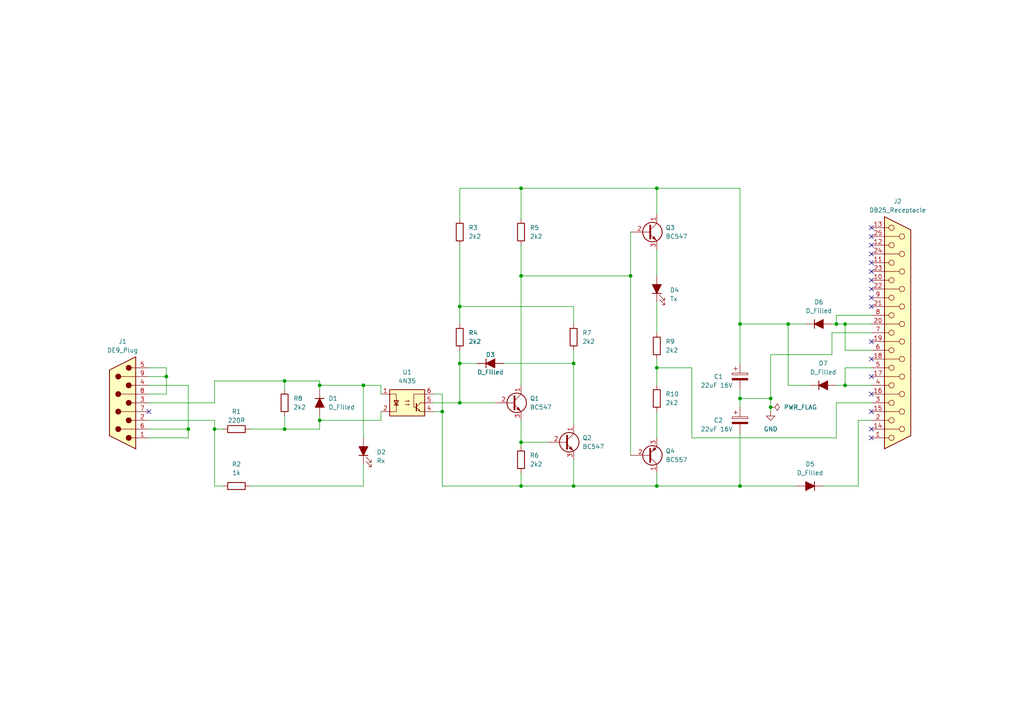
<source format=kicad_sch>
(kicad_sch
	(version 20231120)
	(generator "eeschema")
	(generator_version "8.0")
	(uuid "23ec5073-2293-40cd-9fd4-f55191d2397e")
	(paper "A4")
	(title_block
		(title "RS485")
		(date "2024-08-11")
		(rev "00")
	)
	(lib_symbols
		(symbol "Connector:DB25_Receptacle"
			(pin_names
				(offset 1.016) hide)
			(exclude_from_sim no)
			(in_bom yes)
			(on_board yes)
			(property "Reference" "J"
				(at 0 34.29 0)
				(effects
					(font
						(size 1.27 1.27)
					)
				)
			)
			(property "Value" "DB25_Receptacle"
				(at 0 -34.925 0)
				(effects
					(font
						(size 1.27 1.27)
					)
				)
			)
			(property "Footprint" ""
				(at 0 0 0)
				(effects
					(font
						(size 1.27 1.27)
					)
					(hide yes)
				)
			)
			(property "Datasheet" "~"
				(at 0 0 0)
				(effects
					(font
						(size 1.27 1.27)
					)
					(hide yes)
				)
			)
			(property "Description" "25-pin female receptacle socket D-SUB connector"
				(at 0 0 0)
				(effects
					(font
						(size 1.27 1.27)
					)
					(hide yes)
				)
			)
			(property "ki_keywords" "female receptacle D-SUB connector"
				(at 0 0 0)
				(effects
					(font
						(size 1.27 1.27)
					)
					(hide yes)
				)
			)
			(property "ki_fp_filters" "DSUB*Female*"
				(at 0 0 0)
				(effects
					(font
						(size 1.27 1.27)
					)
					(hide yes)
				)
			)
			(symbol "DB25_Receptacle_0_1"
				(circle
					(center -1.778 -30.48)
					(radius 0.762)
					(stroke
						(width 0)
						(type default)
					)
					(fill
						(type none)
					)
				)
				(circle
					(center -1.778 -25.4)
					(radius 0.762)
					(stroke
						(width 0)
						(type default)
					)
					(fill
						(type none)
					)
				)
				(circle
					(center -1.778 -20.32)
					(radius 0.762)
					(stroke
						(width 0)
						(type default)
					)
					(fill
						(type none)
					)
				)
				(circle
					(center -1.778 -15.24)
					(radius 0.762)
					(stroke
						(width 0)
						(type default)
					)
					(fill
						(type none)
					)
				)
				(circle
					(center -1.778 -10.16)
					(radius 0.762)
					(stroke
						(width 0)
						(type default)
					)
					(fill
						(type none)
					)
				)
				(circle
					(center -1.778 -5.08)
					(radius 0.762)
					(stroke
						(width 0)
						(type default)
					)
					(fill
						(type none)
					)
				)
				(circle
					(center -1.778 0)
					(radius 0.762)
					(stroke
						(width 0)
						(type default)
					)
					(fill
						(type none)
					)
				)
				(circle
					(center -1.778 5.08)
					(radius 0.762)
					(stroke
						(width 0)
						(type default)
					)
					(fill
						(type none)
					)
				)
				(circle
					(center -1.778 10.16)
					(radius 0.762)
					(stroke
						(width 0)
						(type default)
					)
					(fill
						(type none)
					)
				)
				(circle
					(center -1.778 15.24)
					(radius 0.762)
					(stroke
						(width 0)
						(type default)
					)
					(fill
						(type none)
					)
				)
				(circle
					(center -1.778 20.32)
					(radius 0.762)
					(stroke
						(width 0)
						(type default)
					)
					(fill
						(type none)
					)
				)
				(circle
					(center -1.778 25.4)
					(radius 0.762)
					(stroke
						(width 0)
						(type default)
					)
					(fill
						(type none)
					)
				)
				(circle
					(center -1.778 30.48)
					(radius 0.762)
					(stroke
						(width 0)
						(type default)
					)
					(fill
						(type none)
					)
				)
				(polyline
					(pts
						(xy -3.81 -30.48) (xy -2.54 -30.48)
					)
					(stroke
						(width 0)
						(type default)
					)
					(fill
						(type none)
					)
				)
				(polyline
					(pts
						(xy -3.81 -27.94) (xy 0.508 -27.94)
					)
					(stroke
						(width 0)
						(type default)
					)
					(fill
						(type none)
					)
				)
				(polyline
					(pts
						(xy -3.81 -25.4) (xy -2.54 -25.4)
					)
					(stroke
						(width 0)
						(type default)
					)
					(fill
						(type none)
					)
				)
				(polyline
					(pts
						(xy -3.81 -22.86) (xy 0.508 -22.86)
					)
					(stroke
						(width 0)
						(type default)
					)
					(fill
						(type none)
					)
				)
				(polyline
					(pts
						(xy -3.81 -20.32) (xy -2.54 -20.32)
					)
					(stroke
						(width 0)
						(type default)
					)
					(fill
						(type none)
					)
				)
				(polyline
					(pts
						(xy -3.81 -17.78) (xy 0.508 -17.78)
					)
					(stroke
						(width 0)
						(type default)
					)
					(fill
						(type none)
					)
				)
				(polyline
					(pts
						(xy -3.81 -15.24) (xy -2.54 -15.24)
					)
					(stroke
						(width 0)
						(type default)
					)
					(fill
						(type none)
					)
				)
				(polyline
					(pts
						(xy -3.81 -12.7) (xy 0.508 -12.7)
					)
					(stroke
						(width 0)
						(type default)
					)
					(fill
						(type none)
					)
				)
				(polyline
					(pts
						(xy -3.81 -10.16) (xy -2.54 -10.16)
					)
					(stroke
						(width 0)
						(type default)
					)
					(fill
						(type none)
					)
				)
				(polyline
					(pts
						(xy -3.81 -7.62) (xy 0.508 -7.62)
					)
					(stroke
						(width 0)
						(type default)
					)
					(fill
						(type none)
					)
				)
				(polyline
					(pts
						(xy -3.81 -5.08) (xy -2.54 -5.08)
					)
					(stroke
						(width 0)
						(type default)
					)
					(fill
						(type none)
					)
				)
				(polyline
					(pts
						(xy -3.81 -2.54) (xy 0.508 -2.54)
					)
					(stroke
						(width 0)
						(type default)
					)
					(fill
						(type none)
					)
				)
				(polyline
					(pts
						(xy -3.81 0) (xy -2.54 0)
					)
					(stroke
						(width 0)
						(type default)
					)
					(fill
						(type none)
					)
				)
				(polyline
					(pts
						(xy -3.81 2.54) (xy 0.508 2.54)
					)
					(stroke
						(width 0)
						(type default)
					)
					(fill
						(type none)
					)
				)
				(polyline
					(pts
						(xy -3.81 5.08) (xy -2.54 5.08)
					)
					(stroke
						(width 0)
						(type default)
					)
					(fill
						(type none)
					)
				)
				(polyline
					(pts
						(xy -3.81 7.62) (xy 0.508 7.62)
					)
					(stroke
						(width 0)
						(type default)
					)
					(fill
						(type none)
					)
				)
				(polyline
					(pts
						(xy -3.81 10.16) (xy -2.54 10.16)
					)
					(stroke
						(width 0)
						(type default)
					)
					(fill
						(type none)
					)
				)
				(polyline
					(pts
						(xy -3.81 12.7) (xy 0.508 12.7)
					)
					(stroke
						(width 0)
						(type default)
					)
					(fill
						(type none)
					)
				)
				(polyline
					(pts
						(xy -3.81 15.24) (xy -2.54 15.24)
					)
					(stroke
						(width 0)
						(type default)
					)
					(fill
						(type none)
					)
				)
				(polyline
					(pts
						(xy -3.81 17.78) (xy 0.508 17.78)
					)
					(stroke
						(width 0)
						(type default)
					)
					(fill
						(type none)
					)
				)
				(polyline
					(pts
						(xy -3.81 20.32) (xy -2.54 20.32)
					)
					(stroke
						(width 0)
						(type default)
					)
					(fill
						(type none)
					)
				)
				(polyline
					(pts
						(xy -3.81 22.86) (xy 0.508 22.86)
					)
					(stroke
						(width 0)
						(type default)
					)
					(fill
						(type none)
					)
				)
				(polyline
					(pts
						(xy -3.81 25.4) (xy -2.54 25.4)
					)
					(stroke
						(width 0)
						(type default)
					)
					(fill
						(type none)
					)
				)
				(polyline
					(pts
						(xy -3.81 27.94) (xy 0.508 27.94)
					)
					(stroke
						(width 0)
						(type default)
					)
					(fill
						(type none)
					)
				)
				(polyline
					(pts
						(xy -3.81 30.48) (xy -2.54 30.48)
					)
					(stroke
						(width 0)
						(type default)
					)
					(fill
						(type none)
					)
				)
				(polyline
					(pts
						(xy -3.81 33.655) (xy 3.81 29.845) (xy 3.81 -29.845) (xy -3.81 -33.655) (xy -3.81 33.655)
					)
					(stroke
						(width 0.254)
						(type default)
					)
					(fill
						(type background)
					)
				)
				(circle
					(center 1.27 -27.94)
					(radius 0.762)
					(stroke
						(width 0)
						(type default)
					)
					(fill
						(type none)
					)
				)
				(circle
					(center 1.27 -22.86)
					(radius 0.762)
					(stroke
						(width 0)
						(type default)
					)
					(fill
						(type none)
					)
				)
				(circle
					(center 1.27 -17.78)
					(radius 0.762)
					(stroke
						(width 0)
						(type default)
					)
					(fill
						(type none)
					)
				)
				(circle
					(center 1.27 -12.7)
					(radius 0.762)
					(stroke
						(width 0)
						(type default)
					)
					(fill
						(type none)
					)
				)
				(circle
					(center 1.27 -7.62)
					(radius 0.762)
					(stroke
						(width 0)
						(type default)
					)
					(fill
						(type none)
					)
				)
				(circle
					(center 1.27 -2.54)
					(radius 0.762)
					(stroke
						(width 0)
						(type default)
					)
					(fill
						(type none)
					)
				)
				(circle
					(center 1.27 2.54)
					(radius 0.762)
					(stroke
						(width 0)
						(type default)
					)
					(fill
						(type none)
					)
				)
				(circle
					(center 1.27 7.62)
					(radius 0.762)
					(stroke
						(width 0)
						(type default)
					)
					(fill
						(type none)
					)
				)
				(circle
					(center 1.27 12.7)
					(radius 0.762)
					(stroke
						(width 0)
						(type default)
					)
					(fill
						(type none)
					)
				)
				(circle
					(center 1.27 17.78)
					(radius 0.762)
					(stroke
						(width 0)
						(type default)
					)
					(fill
						(type none)
					)
				)
				(circle
					(center 1.27 22.86)
					(radius 0.762)
					(stroke
						(width 0)
						(type default)
					)
					(fill
						(type none)
					)
				)
				(circle
					(center 1.27 27.94)
					(radius 0.762)
					(stroke
						(width 0)
						(type default)
					)
					(fill
						(type none)
					)
				)
			)
			(symbol "DB25_Receptacle_1_1"
				(pin passive line
					(at -7.62 30.48 0)
					(length 3.81)
					(name "1"
						(effects
							(font
								(size 1.27 1.27)
							)
						)
					)
					(number "1"
						(effects
							(font
								(size 1.27 1.27)
							)
						)
					)
				)
				(pin passive line
					(at -7.62 -15.24 0)
					(length 3.81)
					(name "10"
						(effects
							(font
								(size 1.27 1.27)
							)
						)
					)
					(number "10"
						(effects
							(font
								(size 1.27 1.27)
							)
						)
					)
				)
				(pin passive line
					(at -7.62 -20.32 0)
					(length 3.81)
					(name "11"
						(effects
							(font
								(size 1.27 1.27)
							)
						)
					)
					(number "11"
						(effects
							(font
								(size 1.27 1.27)
							)
						)
					)
				)
				(pin passive line
					(at -7.62 -25.4 0)
					(length 3.81)
					(name "12"
						(effects
							(font
								(size 1.27 1.27)
							)
						)
					)
					(number "12"
						(effects
							(font
								(size 1.27 1.27)
							)
						)
					)
				)
				(pin passive line
					(at -7.62 -30.48 0)
					(length 3.81)
					(name "13"
						(effects
							(font
								(size 1.27 1.27)
							)
						)
					)
					(number "13"
						(effects
							(font
								(size 1.27 1.27)
							)
						)
					)
				)
				(pin passive line
					(at -7.62 27.94 0)
					(length 3.81)
					(name "P14"
						(effects
							(font
								(size 1.27 1.27)
							)
						)
					)
					(number "14"
						(effects
							(font
								(size 1.27 1.27)
							)
						)
					)
				)
				(pin passive line
					(at -7.62 22.86 0)
					(length 3.81)
					(name "P15"
						(effects
							(font
								(size 1.27 1.27)
							)
						)
					)
					(number "15"
						(effects
							(font
								(size 1.27 1.27)
							)
						)
					)
				)
				(pin passive line
					(at -7.62 17.78 0)
					(length 3.81)
					(name "P16"
						(effects
							(font
								(size 1.27 1.27)
							)
						)
					)
					(number "16"
						(effects
							(font
								(size 1.27 1.27)
							)
						)
					)
				)
				(pin passive line
					(at -7.62 12.7 0)
					(length 3.81)
					(name "P17"
						(effects
							(font
								(size 1.27 1.27)
							)
						)
					)
					(number "17"
						(effects
							(font
								(size 1.27 1.27)
							)
						)
					)
				)
				(pin passive line
					(at -7.62 7.62 0)
					(length 3.81)
					(name "P18"
						(effects
							(font
								(size 1.27 1.27)
							)
						)
					)
					(number "18"
						(effects
							(font
								(size 1.27 1.27)
							)
						)
					)
				)
				(pin passive line
					(at -7.62 2.54 0)
					(length 3.81)
					(name "P19"
						(effects
							(font
								(size 1.27 1.27)
							)
						)
					)
					(number "19"
						(effects
							(font
								(size 1.27 1.27)
							)
						)
					)
				)
				(pin passive line
					(at -7.62 25.4 0)
					(length 3.81)
					(name "2"
						(effects
							(font
								(size 1.27 1.27)
							)
						)
					)
					(number "2"
						(effects
							(font
								(size 1.27 1.27)
							)
						)
					)
				)
				(pin passive line
					(at -7.62 -2.54 0)
					(length 3.81)
					(name "P20"
						(effects
							(font
								(size 1.27 1.27)
							)
						)
					)
					(number "20"
						(effects
							(font
								(size 1.27 1.27)
							)
						)
					)
				)
				(pin passive line
					(at -7.62 -7.62 0)
					(length 3.81)
					(name "P21"
						(effects
							(font
								(size 1.27 1.27)
							)
						)
					)
					(number "21"
						(effects
							(font
								(size 1.27 1.27)
							)
						)
					)
				)
				(pin passive line
					(at -7.62 -12.7 0)
					(length 3.81)
					(name "P22"
						(effects
							(font
								(size 1.27 1.27)
							)
						)
					)
					(number "22"
						(effects
							(font
								(size 1.27 1.27)
							)
						)
					)
				)
				(pin passive line
					(at -7.62 -17.78 0)
					(length 3.81)
					(name "P23"
						(effects
							(font
								(size 1.27 1.27)
							)
						)
					)
					(number "23"
						(effects
							(font
								(size 1.27 1.27)
							)
						)
					)
				)
				(pin passive line
					(at -7.62 -22.86 0)
					(length 3.81)
					(name "P24"
						(effects
							(font
								(size 1.27 1.27)
							)
						)
					)
					(number "24"
						(effects
							(font
								(size 1.27 1.27)
							)
						)
					)
				)
				(pin passive line
					(at -7.62 -27.94 0)
					(length 3.81)
					(name "P25"
						(effects
							(font
								(size 1.27 1.27)
							)
						)
					)
					(number "25"
						(effects
							(font
								(size 1.27 1.27)
							)
						)
					)
				)
				(pin passive line
					(at -7.62 20.32 0)
					(length 3.81)
					(name "3"
						(effects
							(font
								(size 1.27 1.27)
							)
						)
					)
					(number "3"
						(effects
							(font
								(size 1.27 1.27)
							)
						)
					)
				)
				(pin passive line
					(at -7.62 15.24 0)
					(length 3.81)
					(name "4"
						(effects
							(font
								(size 1.27 1.27)
							)
						)
					)
					(number "4"
						(effects
							(font
								(size 1.27 1.27)
							)
						)
					)
				)
				(pin passive line
					(at -7.62 10.16 0)
					(length 3.81)
					(name "5"
						(effects
							(font
								(size 1.27 1.27)
							)
						)
					)
					(number "5"
						(effects
							(font
								(size 1.27 1.27)
							)
						)
					)
				)
				(pin passive line
					(at -7.62 5.08 0)
					(length 3.81)
					(name "6"
						(effects
							(font
								(size 1.27 1.27)
							)
						)
					)
					(number "6"
						(effects
							(font
								(size 1.27 1.27)
							)
						)
					)
				)
				(pin passive line
					(at -7.62 0 0)
					(length 3.81)
					(name "7"
						(effects
							(font
								(size 1.27 1.27)
							)
						)
					)
					(number "7"
						(effects
							(font
								(size 1.27 1.27)
							)
						)
					)
				)
				(pin passive line
					(at -7.62 -5.08 0)
					(length 3.81)
					(name "8"
						(effects
							(font
								(size 1.27 1.27)
							)
						)
					)
					(number "8"
						(effects
							(font
								(size 1.27 1.27)
							)
						)
					)
				)
				(pin passive line
					(at -7.62 -10.16 0)
					(length 3.81)
					(name "9"
						(effects
							(font
								(size 1.27 1.27)
							)
						)
					)
					(number "9"
						(effects
							(font
								(size 1.27 1.27)
							)
						)
					)
				)
			)
		)
		(symbol "Connector:DE9_Plug"
			(pin_names
				(offset 1.016) hide)
			(exclude_from_sim no)
			(in_bom yes)
			(on_board yes)
			(property "Reference" "J"
				(at 0 13.97 0)
				(effects
					(font
						(size 1.27 1.27)
					)
				)
			)
			(property "Value" "DE9_Plug"
				(at 0 -14.605 0)
				(effects
					(font
						(size 1.27 1.27)
					)
				)
			)
			(property "Footprint" ""
				(at 0 0 0)
				(effects
					(font
						(size 1.27 1.27)
					)
					(hide yes)
				)
			)
			(property "Datasheet" "~"
				(at 0 0 0)
				(effects
					(font
						(size 1.27 1.27)
					)
					(hide yes)
				)
			)
			(property "Description" "9-pin male plug pin D-SUB connector"
				(at 0 0 0)
				(effects
					(font
						(size 1.27 1.27)
					)
					(hide yes)
				)
			)
			(property "ki_keywords" "connector male plug D-SUB DB9"
				(at 0 0 0)
				(effects
					(font
						(size 1.27 1.27)
					)
					(hide yes)
				)
			)
			(property "ki_fp_filters" "DSUB*Male*"
				(at 0 0 0)
				(effects
					(font
						(size 1.27 1.27)
					)
					(hide yes)
				)
			)
			(symbol "DE9_Plug_0_1"
				(circle
					(center -1.778 -10.16)
					(radius 0.762)
					(stroke
						(width 0)
						(type default)
					)
					(fill
						(type outline)
					)
				)
				(circle
					(center -1.778 -5.08)
					(radius 0.762)
					(stroke
						(width 0)
						(type default)
					)
					(fill
						(type outline)
					)
				)
				(circle
					(center -1.778 0)
					(radius 0.762)
					(stroke
						(width 0)
						(type default)
					)
					(fill
						(type outline)
					)
				)
				(circle
					(center -1.778 5.08)
					(radius 0.762)
					(stroke
						(width 0)
						(type default)
					)
					(fill
						(type outline)
					)
				)
				(circle
					(center -1.778 10.16)
					(radius 0.762)
					(stroke
						(width 0)
						(type default)
					)
					(fill
						(type outline)
					)
				)
				(polyline
					(pts
						(xy -3.81 -10.16) (xy -2.54 -10.16)
					)
					(stroke
						(width 0)
						(type default)
					)
					(fill
						(type none)
					)
				)
				(polyline
					(pts
						(xy -3.81 -7.62) (xy 0.508 -7.62)
					)
					(stroke
						(width 0)
						(type default)
					)
					(fill
						(type none)
					)
				)
				(polyline
					(pts
						(xy -3.81 -5.08) (xy -2.54 -5.08)
					)
					(stroke
						(width 0)
						(type default)
					)
					(fill
						(type none)
					)
				)
				(polyline
					(pts
						(xy -3.81 -2.54) (xy 0.508 -2.54)
					)
					(stroke
						(width 0)
						(type default)
					)
					(fill
						(type none)
					)
				)
				(polyline
					(pts
						(xy -3.81 0) (xy -2.54 0)
					)
					(stroke
						(width 0)
						(type default)
					)
					(fill
						(type none)
					)
				)
				(polyline
					(pts
						(xy -3.81 2.54) (xy 0.508 2.54)
					)
					(stroke
						(width 0)
						(type default)
					)
					(fill
						(type none)
					)
				)
				(polyline
					(pts
						(xy -3.81 5.08) (xy -2.54 5.08)
					)
					(stroke
						(width 0)
						(type default)
					)
					(fill
						(type none)
					)
				)
				(polyline
					(pts
						(xy -3.81 7.62) (xy 0.508 7.62)
					)
					(stroke
						(width 0)
						(type default)
					)
					(fill
						(type none)
					)
				)
				(polyline
					(pts
						(xy -3.81 10.16) (xy -2.54 10.16)
					)
					(stroke
						(width 0)
						(type default)
					)
					(fill
						(type none)
					)
				)
				(polyline
					(pts
						(xy -3.81 -13.335) (xy -3.81 13.335) (xy 3.81 9.525) (xy 3.81 -9.525) (xy -3.81 -13.335)
					)
					(stroke
						(width 0.254)
						(type default)
					)
					(fill
						(type background)
					)
				)
				(circle
					(center 1.27 -7.62)
					(radius 0.762)
					(stroke
						(width 0)
						(type default)
					)
					(fill
						(type outline)
					)
				)
				(circle
					(center 1.27 -2.54)
					(radius 0.762)
					(stroke
						(width 0)
						(type default)
					)
					(fill
						(type outline)
					)
				)
				(circle
					(center 1.27 2.54)
					(radius 0.762)
					(stroke
						(width 0)
						(type default)
					)
					(fill
						(type outline)
					)
				)
				(circle
					(center 1.27 7.62)
					(radius 0.762)
					(stroke
						(width 0)
						(type default)
					)
					(fill
						(type outline)
					)
				)
			)
			(symbol "DE9_Plug_1_1"
				(pin passive line
					(at -7.62 -10.16 0)
					(length 3.81)
					(name "1"
						(effects
							(font
								(size 1.27 1.27)
							)
						)
					)
					(number "1"
						(effects
							(font
								(size 1.27 1.27)
							)
						)
					)
				)
				(pin passive line
					(at -7.62 -5.08 0)
					(length 3.81)
					(name "2"
						(effects
							(font
								(size 1.27 1.27)
							)
						)
					)
					(number "2"
						(effects
							(font
								(size 1.27 1.27)
							)
						)
					)
				)
				(pin passive line
					(at -7.62 0 0)
					(length 3.81)
					(name "3"
						(effects
							(font
								(size 1.27 1.27)
							)
						)
					)
					(number "3"
						(effects
							(font
								(size 1.27 1.27)
							)
						)
					)
				)
				(pin passive line
					(at -7.62 5.08 0)
					(length 3.81)
					(name "4"
						(effects
							(font
								(size 1.27 1.27)
							)
						)
					)
					(number "4"
						(effects
							(font
								(size 1.27 1.27)
							)
						)
					)
				)
				(pin passive line
					(at -7.62 10.16 0)
					(length 3.81)
					(name "5"
						(effects
							(font
								(size 1.27 1.27)
							)
						)
					)
					(number "5"
						(effects
							(font
								(size 1.27 1.27)
							)
						)
					)
				)
				(pin passive line
					(at -7.62 -7.62 0)
					(length 3.81)
					(name "6"
						(effects
							(font
								(size 1.27 1.27)
							)
						)
					)
					(number "6"
						(effects
							(font
								(size 1.27 1.27)
							)
						)
					)
				)
				(pin passive line
					(at -7.62 -2.54 0)
					(length 3.81)
					(name "7"
						(effects
							(font
								(size 1.27 1.27)
							)
						)
					)
					(number "7"
						(effects
							(font
								(size 1.27 1.27)
							)
						)
					)
				)
				(pin passive line
					(at -7.62 2.54 0)
					(length 3.81)
					(name "8"
						(effects
							(font
								(size 1.27 1.27)
							)
						)
					)
					(number "8"
						(effects
							(font
								(size 1.27 1.27)
							)
						)
					)
				)
				(pin passive line
					(at -7.62 7.62 0)
					(length 3.81)
					(name "9"
						(effects
							(font
								(size 1.27 1.27)
							)
						)
					)
					(number "9"
						(effects
							(font
								(size 1.27 1.27)
							)
						)
					)
				)
			)
		)
		(symbol "Device:C_Polarized"
			(pin_numbers hide)
			(pin_names
				(offset 0.254)
			)
			(exclude_from_sim no)
			(in_bom yes)
			(on_board yes)
			(property "Reference" "C"
				(at 0.635 2.54 0)
				(effects
					(font
						(size 1.27 1.27)
					)
					(justify left)
				)
			)
			(property "Value" "C_Polarized"
				(at 0.635 -2.54 0)
				(effects
					(font
						(size 1.27 1.27)
					)
					(justify left)
				)
			)
			(property "Footprint" ""
				(at 0.9652 -3.81 0)
				(effects
					(font
						(size 1.27 1.27)
					)
					(hide yes)
				)
			)
			(property "Datasheet" "~"
				(at 0 0 0)
				(effects
					(font
						(size 1.27 1.27)
					)
					(hide yes)
				)
			)
			(property "Description" "Polarized capacitor"
				(at 0 0 0)
				(effects
					(font
						(size 1.27 1.27)
					)
					(hide yes)
				)
			)
			(property "ki_keywords" "cap capacitor"
				(at 0 0 0)
				(effects
					(font
						(size 1.27 1.27)
					)
					(hide yes)
				)
			)
			(property "ki_fp_filters" "CP_*"
				(at 0 0 0)
				(effects
					(font
						(size 1.27 1.27)
					)
					(hide yes)
				)
			)
			(symbol "C_Polarized_0_1"
				(rectangle
					(start -2.286 0.508)
					(end 2.286 1.016)
					(stroke
						(width 0)
						(type default)
					)
					(fill
						(type none)
					)
				)
				(polyline
					(pts
						(xy -1.778 2.286) (xy -0.762 2.286)
					)
					(stroke
						(width 0)
						(type default)
					)
					(fill
						(type none)
					)
				)
				(polyline
					(pts
						(xy -1.27 2.794) (xy -1.27 1.778)
					)
					(stroke
						(width 0)
						(type default)
					)
					(fill
						(type none)
					)
				)
				(rectangle
					(start 2.286 -0.508)
					(end -2.286 -1.016)
					(stroke
						(width 0)
						(type default)
					)
					(fill
						(type outline)
					)
				)
			)
			(symbol "C_Polarized_1_1"
				(pin passive line
					(at 0 3.81 270)
					(length 2.794)
					(name "~"
						(effects
							(font
								(size 1.27 1.27)
							)
						)
					)
					(number "1"
						(effects
							(font
								(size 1.27 1.27)
							)
						)
					)
				)
				(pin passive line
					(at 0 -3.81 90)
					(length 2.794)
					(name "~"
						(effects
							(font
								(size 1.27 1.27)
							)
						)
					)
					(number "2"
						(effects
							(font
								(size 1.27 1.27)
							)
						)
					)
				)
			)
		)
		(symbol "Device:D_Filled"
			(pin_numbers hide)
			(pin_names
				(offset 1.016) hide)
			(exclude_from_sim no)
			(in_bom yes)
			(on_board yes)
			(property "Reference" "D"
				(at 0 2.54 0)
				(effects
					(font
						(size 1.27 1.27)
					)
				)
			)
			(property "Value" "D_Filled"
				(at 0 -2.54 0)
				(effects
					(font
						(size 1.27 1.27)
					)
				)
			)
			(property "Footprint" ""
				(at 0 0 0)
				(effects
					(font
						(size 1.27 1.27)
					)
					(hide yes)
				)
			)
			(property "Datasheet" "~"
				(at 0 0 0)
				(effects
					(font
						(size 1.27 1.27)
					)
					(hide yes)
				)
			)
			(property "Description" "Diode, filled shape"
				(at 0 0 0)
				(effects
					(font
						(size 1.27 1.27)
					)
					(hide yes)
				)
			)
			(property "Sim.Device" "D"
				(at 0 0 0)
				(effects
					(font
						(size 1.27 1.27)
					)
					(hide yes)
				)
			)
			(property "Sim.Pins" "1=K 2=A"
				(at 0 0 0)
				(effects
					(font
						(size 1.27 1.27)
					)
					(hide yes)
				)
			)
			(property "ki_keywords" "diode"
				(at 0 0 0)
				(effects
					(font
						(size 1.27 1.27)
					)
					(hide yes)
				)
			)
			(property "ki_fp_filters" "TO-???* *_Diode_* *SingleDiode* D_*"
				(at 0 0 0)
				(effects
					(font
						(size 1.27 1.27)
					)
					(hide yes)
				)
			)
			(symbol "D_Filled_0_1"
				(polyline
					(pts
						(xy -1.27 1.27) (xy -1.27 -1.27)
					)
					(stroke
						(width 0.254)
						(type default)
					)
					(fill
						(type none)
					)
				)
				(polyline
					(pts
						(xy 1.27 0) (xy -1.27 0)
					)
					(stroke
						(width 0)
						(type default)
					)
					(fill
						(type none)
					)
				)
				(polyline
					(pts
						(xy 1.27 1.27) (xy 1.27 -1.27) (xy -1.27 0) (xy 1.27 1.27)
					)
					(stroke
						(width 0.254)
						(type default)
					)
					(fill
						(type outline)
					)
				)
			)
			(symbol "D_Filled_1_1"
				(pin passive line
					(at -3.81 0 0)
					(length 2.54)
					(name "K"
						(effects
							(font
								(size 1.27 1.27)
							)
						)
					)
					(number "1"
						(effects
							(font
								(size 1.27 1.27)
							)
						)
					)
				)
				(pin passive line
					(at 3.81 0 180)
					(length 2.54)
					(name "A"
						(effects
							(font
								(size 1.27 1.27)
							)
						)
					)
					(number "2"
						(effects
							(font
								(size 1.27 1.27)
							)
						)
					)
				)
			)
		)
		(symbol "Device:LED_Filled"
			(pin_numbers hide)
			(pin_names
				(offset 1.016) hide)
			(exclude_from_sim no)
			(in_bom yes)
			(on_board yes)
			(property "Reference" "D"
				(at 0 2.54 0)
				(effects
					(font
						(size 1.27 1.27)
					)
				)
			)
			(property "Value" "LED_Filled"
				(at 0 -2.54 0)
				(effects
					(font
						(size 1.27 1.27)
					)
				)
			)
			(property "Footprint" ""
				(at 0 0 0)
				(effects
					(font
						(size 1.27 1.27)
					)
					(hide yes)
				)
			)
			(property "Datasheet" "~"
				(at 0 0 0)
				(effects
					(font
						(size 1.27 1.27)
					)
					(hide yes)
				)
			)
			(property "Description" "Light emitting diode, filled shape"
				(at 0 0 0)
				(effects
					(font
						(size 1.27 1.27)
					)
					(hide yes)
				)
			)
			(property "ki_keywords" "LED diode"
				(at 0 0 0)
				(effects
					(font
						(size 1.27 1.27)
					)
					(hide yes)
				)
			)
			(property "ki_fp_filters" "LED* LED_SMD:* LED_THT:*"
				(at 0 0 0)
				(effects
					(font
						(size 1.27 1.27)
					)
					(hide yes)
				)
			)
			(symbol "LED_Filled_0_1"
				(polyline
					(pts
						(xy -1.27 -1.27) (xy -1.27 1.27)
					)
					(stroke
						(width 0.254)
						(type default)
					)
					(fill
						(type none)
					)
				)
				(polyline
					(pts
						(xy -1.27 0) (xy 1.27 0)
					)
					(stroke
						(width 0)
						(type default)
					)
					(fill
						(type none)
					)
				)
				(polyline
					(pts
						(xy 1.27 -1.27) (xy 1.27 1.27) (xy -1.27 0) (xy 1.27 -1.27)
					)
					(stroke
						(width 0.254)
						(type default)
					)
					(fill
						(type outline)
					)
				)
				(polyline
					(pts
						(xy -3.048 -0.762) (xy -4.572 -2.286) (xy -3.81 -2.286) (xy -4.572 -2.286) (xy -4.572 -1.524)
					)
					(stroke
						(width 0)
						(type default)
					)
					(fill
						(type none)
					)
				)
				(polyline
					(pts
						(xy -1.778 -0.762) (xy -3.302 -2.286) (xy -2.54 -2.286) (xy -3.302 -2.286) (xy -3.302 -1.524)
					)
					(stroke
						(width 0)
						(type default)
					)
					(fill
						(type none)
					)
				)
			)
			(symbol "LED_Filled_1_1"
				(pin passive line
					(at -3.81 0 0)
					(length 2.54)
					(name "K"
						(effects
							(font
								(size 1.27 1.27)
							)
						)
					)
					(number "1"
						(effects
							(font
								(size 1.27 1.27)
							)
						)
					)
				)
				(pin passive line
					(at 3.81 0 180)
					(length 2.54)
					(name "A"
						(effects
							(font
								(size 1.27 1.27)
							)
						)
					)
					(number "2"
						(effects
							(font
								(size 1.27 1.27)
							)
						)
					)
				)
			)
		)
		(symbol "Device:R"
			(pin_numbers hide)
			(pin_names
				(offset 0)
			)
			(exclude_from_sim no)
			(in_bom yes)
			(on_board yes)
			(property "Reference" "R"
				(at 2.032 0 90)
				(effects
					(font
						(size 1.27 1.27)
					)
				)
			)
			(property "Value" "R"
				(at 0 0 90)
				(effects
					(font
						(size 1.27 1.27)
					)
				)
			)
			(property "Footprint" ""
				(at -1.778 0 90)
				(effects
					(font
						(size 1.27 1.27)
					)
					(hide yes)
				)
			)
			(property "Datasheet" "~"
				(at 0 0 0)
				(effects
					(font
						(size 1.27 1.27)
					)
					(hide yes)
				)
			)
			(property "Description" "Resistor"
				(at 0 0 0)
				(effects
					(font
						(size 1.27 1.27)
					)
					(hide yes)
				)
			)
			(property "ki_keywords" "R res resistor"
				(at 0 0 0)
				(effects
					(font
						(size 1.27 1.27)
					)
					(hide yes)
				)
			)
			(property "ki_fp_filters" "R_*"
				(at 0 0 0)
				(effects
					(font
						(size 1.27 1.27)
					)
					(hide yes)
				)
			)
			(symbol "R_0_1"
				(rectangle
					(start -1.016 -2.54)
					(end 1.016 2.54)
					(stroke
						(width 0.254)
						(type default)
					)
					(fill
						(type none)
					)
				)
			)
			(symbol "R_1_1"
				(pin passive line
					(at 0 3.81 270)
					(length 1.27)
					(name "~"
						(effects
							(font
								(size 1.27 1.27)
							)
						)
					)
					(number "1"
						(effects
							(font
								(size 1.27 1.27)
							)
						)
					)
				)
				(pin passive line
					(at 0 -3.81 90)
					(length 1.27)
					(name "~"
						(effects
							(font
								(size 1.27 1.27)
							)
						)
					)
					(number "2"
						(effects
							(font
								(size 1.27 1.27)
							)
						)
					)
				)
			)
		)
		(symbol "Isolator:4N35"
			(pin_names
				(offset 1.016)
			)
			(exclude_from_sim no)
			(in_bom yes)
			(on_board yes)
			(property "Reference" "U"
				(at -5.08 5.08 0)
				(effects
					(font
						(size 1.27 1.27)
					)
					(justify left)
				)
			)
			(property "Value" "4N35"
				(at 0 5.08 0)
				(effects
					(font
						(size 1.27 1.27)
					)
					(justify left)
				)
			)
			(property "Footprint" "Package_DIP:DIP-6_W7.62mm"
				(at -5.08 -5.08 0)
				(effects
					(font
						(size 1.27 1.27)
						(italic yes)
					)
					(justify left)
					(hide yes)
				)
			)
			(property "Datasheet" "https://www.vishay.com/docs/81181/4n35.pdf"
				(at 0 0 0)
				(effects
					(font
						(size 1.27 1.27)
					)
					(justify left)
					(hide yes)
				)
			)
			(property "Description" "Optocoupler, Phototransistor Output, with Base Connection, Vce 70V, CTR 100%, Viso 5000V, DIP6"
				(at 0 0 0)
				(effects
					(font
						(size 1.27 1.27)
					)
					(hide yes)
				)
			)
			(property "ki_keywords" "NPN DC Optocoupler Base Connected"
				(at 0 0 0)
				(effects
					(font
						(size 1.27 1.27)
					)
					(hide yes)
				)
			)
			(property "ki_fp_filters" "DIP*W7.62mm*"
				(at 0 0 0)
				(effects
					(font
						(size 1.27 1.27)
					)
					(hide yes)
				)
			)
			(symbol "4N35_0_1"
				(rectangle
					(start -5.08 3.81)
					(end 5.08 -3.81)
					(stroke
						(width 0.254)
						(type default)
					)
					(fill
						(type background)
					)
				)
				(polyline
					(pts
						(xy -3.81 -0.635) (xy -2.54 -0.635)
					)
					(stroke
						(width 0.254)
						(type default)
					)
					(fill
						(type none)
					)
				)
				(polyline
					(pts
						(xy 2.667 -1.397) (xy 3.81 -2.54)
					)
					(stroke
						(width 0)
						(type default)
					)
					(fill
						(type none)
					)
				)
				(polyline
					(pts
						(xy 2.667 -1.143) (xy 3.81 0)
					)
					(stroke
						(width 0)
						(type default)
					)
					(fill
						(type none)
					)
				)
				(polyline
					(pts
						(xy 3.81 -2.54) (xy 5.08 -2.54)
					)
					(stroke
						(width 0)
						(type default)
					)
					(fill
						(type none)
					)
				)
				(polyline
					(pts
						(xy 3.81 0) (xy 5.08 0)
					)
					(stroke
						(width 0)
						(type default)
					)
					(fill
						(type none)
					)
				)
				(polyline
					(pts
						(xy 2.667 -0.254) (xy 2.667 -2.286) (xy 2.667 -2.286)
					)
					(stroke
						(width 0.3556)
						(type default)
					)
					(fill
						(type none)
					)
				)
				(polyline
					(pts
						(xy -5.08 -2.54) (xy -3.175 -2.54) (xy -3.175 2.54) (xy -5.08 2.54)
					)
					(stroke
						(width 0)
						(type default)
					)
					(fill
						(type none)
					)
				)
				(polyline
					(pts
						(xy -3.175 -0.635) (xy -3.81 0.635) (xy -2.54 0.635) (xy -3.175 -0.635)
					)
					(stroke
						(width 0.254)
						(type default)
					)
					(fill
						(type none)
					)
				)
				(polyline
					(pts
						(xy 3.683 -2.413) (xy 3.429 -1.905) (xy 3.175 -2.159) (xy 3.683 -2.413)
					)
					(stroke
						(width 0)
						(type default)
					)
					(fill
						(type none)
					)
				)
				(polyline
					(pts
						(xy 5.08 2.54) (xy 1.905 2.54) (xy 1.905 -1.27) (xy 2.54 -1.27)
					)
					(stroke
						(width 0)
						(type default)
					)
					(fill
						(type none)
					)
				)
				(polyline
					(pts
						(xy -0.635 -0.508) (xy 0.635 -0.508) (xy 0.254 -0.635) (xy 0.254 -0.381) (xy 0.635 -0.508)
					)
					(stroke
						(width 0)
						(type default)
					)
					(fill
						(type none)
					)
				)
				(polyline
					(pts
						(xy -0.635 0.508) (xy 0.635 0.508) (xy 0.254 0.381) (xy 0.254 0.635) (xy 0.635 0.508)
					)
					(stroke
						(width 0)
						(type default)
					)
					(fill
						(type none)
					)
				)
			)
			(symbol "4N35_1_1"
				(pin passive line
					(at -7.62 2.54 0)
					(length 2.54)
					(name "~"
						(effects
							(font
								(size 1.27 1.27)
							)
						)
					)
					(number "1"
						(effects
							(font
								(size 1.27 1.27)
							)
						)
					)
				)
				(pin passive line
					(at -7.62 -2.54 0)
					(length 2.54)
					(name "~"
						(effects
							(font
								(size 1.27 1.27)
							)
						)
					)
					(number "2"
						(effects
							(font
								(size 1.27 1.27)
							)
						)
					)
				)
				(pin no_connect line
					(at -5.08 0 0)
					(length 2.54) hide
					(name "NC"
						(effects
							(font
								(size 1.27 1.27)
							)
						)
					)
					(number "3"
						(effects
							(font
								(size 1.27 1.27)
							)
						)
					)
				)
				(pin passive line
					(at 7.62 -2.54 180)
					(length 2.54)
					(name "~"
						(effects
							(font
								(size 1.27 1.27)
							)
						)
					)
					(number "4"
						(effects
							(font
								(size 1.27 1.27)
							)
						)
					)
				)
				(pin passive line
					(at 7.62 0 180)
					(length 2.54)
					(name "~"
						(effects
							(font
								(size 1.27 1.27)
							)
						)
					)
					(number "5"
						(effects
							(font
								(size 1.27 1.27)
							)
						)
					)
				)
				(pin passive line
					(at 7.62 2.54 180)
					(length 2.54)
					(name "~"
						(effects
							(font
								(size 1.27 1.27)
							)
						)
					)
					(number "6"
						(effects
							(font
								(size 1.27 1.27)
							)
						)
					)
				)
			)
		)
		(symbol "Transistor_BJT:BC547"
			(pin_names
				(offset 0) hide)
			(exclude_from_sim no)
			(in_bom yes)
			(on_board yes)
			(property "Reference" "Q"
				(at 5.08 1.905 0)
				(effects
					(font
						(size 1.27 1.27)
					)
					(justify left)
				)
			)
			(property "Value" "BC547"
				(at 5.08 0 0)
				(effects
					(font
						(size 1.27 1.27)
					)
					(justify left)
				)
			)
			(property "Footprint" "Package_TO_SOT_THT:TO-92_Inline"
				(at 5.08 -1.905 0)
				(effects
					(font
						(size 1.27 1.27)
						(italic yes)
					)
					(justify left)
					(hide yes)
				)
			)
			(property "Datasheet" "https://www.onsemi.com/pub/Collateral/BC550-D.pdf"
				(at 0 0 0)
				(effects
					(font
						(size 1.27 1.27)
					)
					(justify left)
					(hide yes)
				)
			)
			(property "Description" "0.1A Ic, 45V Vce, Small Signal NPN Transistor, TO-92"
				(at 0 0 0)
				(effects
					(font
						(size 1.27 1.27)
					)
					(hide yes)
				)
			)
			(property "ki_keywords" "NPN Transistor"
				(at 0 0 0)
				(effects
					(font
						(size 1.27 1.27)
					)
					(hide yes)
				)
			)
			(property "ki_fp_filters" "TO?92*"
				(at 0 0 0)
				(effects
					(font
						(size 1.27 1.27)
					)
					(hide yes)
				)
			)
			(symbol "BC547_0_1"
				(polyline
					(pts
						(xy 0 0) (xy 0.635 0)
					)
					(stroke
						(width 0)
						(type default)
					)
					(fill
						(type none)
					)
				)
				(polyline
					(pts
						(xy 0.635 0.635) (xy 2.54 2.54)
					)
					(stroke
						(width 0)
						(type default)
					)
					(fill
						(type none)
					)
				)
				(polyline
					(pts
						(xy 0.635 -0.635) (xy 2.54 -2.54) (xy 2.54 -2.54)
					)
					(stroke
						(width 0)
						(type default)
					)
					(fill
						(type none)
					)
				)
				(polyline
					(pts
						(xy 0.635 1.905) (xy 0.635 -1.905) (xy 0.635 -1.905)
					)
					(stroke
						(width 0.508)
						(type default)
					)
					(fill
						(type none)
					)
				)
				(polyline
					(pts
						(xy 1.27 -1.778) (xy 1.778 -1.27) (xy 2.286 -2.286) (xy 1.27 -1.778) (xy 1.27 -1.778)
					)
					(stroke
						(width 0)
						(type default)
					)
					(fill
						(type outline)
					)
				)
				(circle
					(center 1.27 0)
					(radius 2.8194)
					(stroke
						(width 0.254)
						(type default)
					)
					(fill
						(type none)
					)
				)
			)
			(symbol "BC547_1_1"
				(pin passive line
					(at 2.54 5.08 270)
					(length 2.54)
					(name "C"
						(effects
							(font
								(size 1.27 1.27)
							)
						)
					)
					(number "1"
						(effects
							(font
								(size 1.27 1.27)
							)
						)
					)
				)
				(pin input line
					(at -5.08 0 0)
					(length 5.08)
					(name "B"
						(effects
							(font
								(size 1.27 1.27)
							)
						)
					)
					(number "2"
						(effects
							(font
								(size 1.27 1.27)
							)
						)
					)
				)
				(pin passive line
					(at 2.54 -5.08 90)
					(length 2.54)
					(name "E"
						(effects
							(font
								(size 1.27 1.27)
							)
						)
					)
					(number "3"
						(effects
							(font
								(size 1.27 1.27)
							)
						)
					)
				)
			)
		)
		(symbol "Transistor_BJT:BC557"
			(pin_names
				(offset 0) hide)
			(exclude_from_sim no)
			(in_bom yes)
			(on_board yes)
			(property "Reference" "Q"
				(at 5.08 1.905 0)
				(effects
					(font
						(size 1.27 1.27)
					)
					(justify left)
				)
			)
			(property "Value" "BC557"
				(at 5.08 0 0)
				(effects
					(font
						(size 1.27 1.27)
					)
					(justify left)
				)
			)
			(property "Footprint" "Package_TO_SOT_THT:TO-92_Inline"
				(at 5.08 -1.905 0)
				(effects
					(font
						(size 1.27 1.27)
						(italic yes)
					)
					(justify left)
					(hide yes)
				)
			)
			(property "Datasheet" "https://www.onsemi.com/pub/Collateral/BC556BTA-D.pdf"
				(at 0 0 0)
				(effects
					(font
						(size 1.27 1.27)
					)
					(justify left)
					(hide yes)
				)
			)
			(property "Description" "0.1A Ic, 45V Vce, PNP Small Signal Transistor, TO-92"
				(at 0 0 0)
				(effects
					(font
						(size 1.27 1.27)
					)
					(hide yes)
				)
			)
			(property "ki_keywords" "PNP Transistor"
				(at 0 0 0)
				(effects
					(font
						(size 1.27 1.27)
					)
					(hide yes)
				)
			)
			(property "ki_fp_filters" "TO?92*"
				(at 0 0 0)
				(effects
					(font
						(size 1.27 1.27)
					)
					(hide yes)
				)
			)
			(symbol "BC557_0_1"
				(polyline
					(pts
						(xy 0.635 0.635) (xy 2.54 2.54)
					)
					(stroke
						(width 0)
						(type default)
					)
					(fill
						(type none)
					)
				)
				(polyline
					(pts
						(xy 0.635 -0.635) (xy 2.54 -2.54) (xy 2.54 -2.54)
					)
					(stroke
						(width 0)
						(type default)
					)
					(fill
						(type none)
					)
				)
				(polyline
					(pts
						(xy 0.635 1.905) (xy 0.635 -1.905) (xy 0.635 -1.905)
					)
					(stroke
						(width 0.508)
						(type default)
					)
					(fill
						(type none)
					)
				)
				(polyline
					(pts
						(xy 2.286 -1.778) (xy 1.778 -2.286) (xy 1.27 -1.27) (xy 2.286 -1.778) (xy 2.286 -1.778)
					)
					(stroke
						(width 0)
						(type default)
					)
					(fill
						(type outline)
					)
				)
				(circle
					(center 1.27 0)
					(radius 2.8194)
					(stroke
						(width 0.254)
						(type default)
					)
					(fill
						(type none)
					)
				)
			)
			(symbol "BC557_1_1"
				(pin passive line
					(at 2.54 5.08 270)
					(length 2.54)
					(name "C"
						(effects
							(font
								(size 1.27 1.27)
							)
						)
					)
					(number "1"
						(effects
							(font
								(size 1.27 1.27)
							)
						)
					)
				)
				(pin input line
					(at -5.08 0 0)
					(length 5.715)
					(name "B"
						(effects
							(font
								(size 1.27 1.27)
							)
						)
					)
					(number "2"
						(effects
							(font
								(size 1.27 1.27)
							)
						)
					)
				)
				(pin passive line
					(at 2.54 -5.08 90)
					(length 2.54)
					(name "E"
						(effects
							(font
								(size 1.27 1.27)
							)
						)
					)
					(number "3"
						(effects
							(font
								(size 1.27 1.27)
							)
						)
					)
				)
			)
		)
		(symbol "power:GND"
			(power)
			(pin_numbers hide)
			(pin_names
				(offset 0) hide)
			(exclude_from_sim no)
			(in_bom yes)
			(on_board yes)
			(property "Reference" "#PWR"
				(at 0 -6.35 0)
				(effects
					(font
						(size 1.27 1.27)
					)
					(hide yes)
				)
			)
			(property "Value" "GND"
				(at 0 -3.81 0)
				(effects
					(font
						(size 1.27 1.27)
					)
				)
			)
			(property "Footprint" ""
				(at 0 0 0)
				(effects
					(font
						(size 1.27 1.27)
					)
					(hide yes)
				)
			)
			(property "Datasheet" ""
				(at 0 0 0)
				(effects
					(font
						(size 1.27 1.27)
					)
					(hide yes)
				)
			)
			(property "Description" "Power symbol creates a global label with name \"GND\" , ground"
				(at 0 0 0)
				(effects
					(font
						(size 1.27 1.27)
					)
					(hide yes)
				)
			)
			(property "ki_keywords" "global power"
				(at 0 0 0)
				(effects
					(font
						(size 1.27 1.27)
					)
					(hide yes)
				)
			)
			(symbol "GND_0_1"
				(polyline
					(pts
						(xy 0 0) (xy 0 -1.27) (xy 1.27 -1.27) (xy 0 -2.54) (xy -1.27 -1.27) (xy 0 -1.27)
					)
					(stroke
						(width 0)
						(type default)
					)
					(fill
						(type none)
					)
				)
			)
			(symbol "GND_1_1"
				(pin power_in line
					(at 0 0 270)
					(length 0)
					(name "~"
						(effects
							(font
								(size 1.27 1.27)
							)
						)
					)
					(number "1"
						(effects
							(font
								(size 1.27 1.27)
							)
						)
					)
				)
			)
		)
		(symbol "power:PWR_FLAG"
			(power)
			(pin_numbers hide)
			(pin_names
				(offset 0) hide)
			(exclude_from_sim no)
			(in_bom yes)
			(on_board yes)
			(property "Reference" "#FLG"
				(at 0 1.905 0)
				(effects
					(font
						(size 1.27 1.27)
					)
					(hide yes)
				)
			)
			(property "Value" "PWR_FLAG"
				(at 0 3.81 0)
				(effects
					(font
						(size 1.27 1.27)
					)
				)
			)
			(property "Footprint" ""
				(at 0 0 0)
				(effects
					(font
						(size 1.27 1.27)
					)
					(hide yes)
				)
			)
			(property "Datasheet" "~"
				(at 0 0 0)
				(effects
					(font
						(size 1.27 1.27)
					)
					(hide yes)
				)
			)
			(property "Description" "Special symbol for telling ERC where power comes from"
				(at 0 0 0)
				(effects
					(font
						(size 1.27 1.27)
					)
					(hide yes)
				)
			)
			(property "ki_keywords" "flag power"
				(at 0 0 0)
				(effects
					(font
						(size 1.27 1.27)
					)
					(hide yes)
				)
			)
			(symbol "PWR_FLAG_0_0"
				(pin power_out line
					(at 0 0 90)
					(length 0)
					(name "~"
						(effects
							(font
								(size 1.27 1.27)
							)
						)
					)
					(number "1"
						(effects
							(font
								(size 1.27 1.27)
							)
						)
					)
				)
			)
			(symbol "PWR_FLAG_0_1"
				(polyline
					(pts
						(xy 0 0) (xy 0 1.27) (xy -1.016 1.905) (xy 0 2.54) (xy 1.016 1.905) (xy 0 1.27)
					)
					(stroke
						(width 0)
						(type default)
					)
					(fill
						(type none)
					)
				)
			)
		)
	)
	(junction
		(at 92.71 121.92)
		(diameter 0)
		(color 0 0 0 0)
		(uuid "027cbee1-4ccd-4caa-b10e-b3d4f7b70ab7")
	)
	(junction
		(at 190.5 54.61)
		(diameter 0)
		(color 0 0 0 0)
		(uuid "0485a940-d403-4538-9db1-dfd2b642c51b")
	)
	(junction
		(at 214.63 93.98)
		(diameter 0)
		(color 0 0 0 0)
		(uuid "140e7807-a863-4ec6-9e3f-7969e3e266cc")
	)
	(junction
		(at 151.13 140.97)
		(diameter 0)
		(color 0 0 0 0)
		(uuid "17aaef4f-0525-4da7-9ef1-e4162f3497a5")
	)
	(junction
		(at 242.57 93.98)
		(diameter 0)
		(color 0 0 0 0)
		(uuid "188a56bf-89c7-47f2-8cd6-3e72a4ab1b21")
	)
	(junction
		(at 182.88 80.01)
		(diameter 0)
		(color 0 0 0 0)
		(uuid "1b07bb5f-e95f-48a6-9625-a438190a119a")
	)
	(junction
		(at 223.52 115.57)
		(diameter 0)
		(color 0 0 0 0)
		(uuid "262ef738-dc7f-4b78-8808-61d5da94e15d")
	)
	(junction
		(at 151.13 128.27)
		(diameter 0)
		(color 0 0 0 0)
		(uuid "4e100b27-368b-4fe4-8ae5-3fca1465b475")
	)
	(junction
		(at 54.61 124.46)
		(diameter 0)
		(color 0 0 0 0)
		(uuid "4ef2f712-5420-4083-88e0-4ce67910ecd8")
	)
	(junction
		(at 62.23 124.46)
		(diameter 0)
		(color 0 0 0 0)
		(uuid "56bfe7b1-ed79-4b92-adbd-6fd57be67a10")
	)
	(junction
		(at 92.71 111.76)
		(diameter 0)
		(color 0 0 0 0)
		(uuid "64bbeeb3-fe97-4154-8a84-8aac839b27b0")
	)
	(junction
		(at 190.5 140.97)
		(diameter 0)
		(color 0 0 0 0)
		(uuid "694a2d71-7c57-4765-9ac2-0a3bec01d9cf")
	)
	(junction
		(at 105.41 111.76)
		(diameter 0)
		(color 0 0 0 0)
		(uuid "6ce7d744-3484-4594-bc95-e10c8d5a704a")
	)
	(junction
		(at 48.26 109.22)
		(diameter 0)
		(color 0 0 0 0)
		(uuid "6f84a532-4b45-439c-a92c-c32210ca261a")
	)
	(junction
		(at 82.55 110.49)
		(diameter 0)
		(color 0 0 0 0)
		(uuid "75713253-bacc-4aab-badd-c6145e714a12")
	)
	(junction
		(at 223.52 118.11)
		(diameter 0)
		(color 0 0 0 0)
		(uuid "76fa43e2-e1a0-4b68-aba1-113f5fece7e6")
	)
	(junction
		(at 133.35 88.9)
		(diameter 0)
		(color 0 0 0 0)
		(uuid "7ba54c2c-c60a-4656-b2bf-88c7dd418165")
	)
	(junction
		(at 190.5 106.68)
		(diameter 0)
		(color 0 0 0 0)
		(uuid "888de344-7d95-41ab-ad90-c11c233142a8")
	)
	(junction
		(at 128.27 119.38)
		(diameter 0)
		(color 0 0 0 0)
		(uuid "918f4155-df30-4f1d-9229-c3cade76b895")
	)
	(junction
		(at 166.37 105.41)
		(diameter 0)
		(color 0 0 0 0)
		(uuid "9cee4ed1-8b38-4636-bf71-c8363fd0531d")
	)
	(junction
		(at 82.55 124.46)
		(diameter 0)
		(color 0 0 0 0)
		(uuid "addfbea8-544b-4cde-9592-3f6b010632d6")
	)
	(junction
		(at 166.37 140.97)
		(diameter 0)
		(color 0 0 0 0)
		(uuid "c1a9bc3d-7de5-4059-99dd-c1fb57fe8402")
	)
	(junction
		(at 245.11 111.76)
		(diameter 0)
		(color 0 0 0 0)
		(uuid "cff23c0c-dc22-4df4-a495-95f8e40a8d29")
	)
	(junction
		(at 151.13 80.01)
		(diameter 0)
		(color 0 0 0 0)
		(uuid "d077e963-3ad3-47ee-8b44-5698b1919370")
	)
	(junction
		(at 133.35 105.41)
		(diameter 0)
		(color 0 0 0 0)
		(uuid "d6a1cfaa-b07a-4b3c-a58e-11b45c239e29")
	)
	(junction
		(at 245.11 93.98)
		(diameter 0)
		(color 0 0 0 0)
		(uuid "d7b748f2-081a-4c15-9e44-e17eecf70ed3")
	)
	(junction
		(at 151.13 54.61)
		(diameter 0)
		(color 0 0 0 0)
		(uuid "d88ff865-f704-4aeb-b6b9-ee2081054a11")
	)
	(junction
		(at 133.35 116.84)
		(diameter 0)
		(color 0 0 0 0)
		(uuid "e04c5a83-8339-4a69-b3a2-b28794e87c0e")
	)
	(junction
		(at 214.63 140.97)
		(diameter 0)
		(color 0 0 0 0)
		(uuid "f1a7da5e-3adb-4d11-958f-c6e21109939c")
	)
	(junction
		(at 228.6 93.98)
		(diameter 0)
		(color 0 0 0 0)
		(uuid "f62baa35-4d30-4bc6-909c-5d451f82715b")
	)
	(junction
		(at 214.63 115.57)
		(diameter 0)
		(color 0 0 0 0)
		(uuid "fe8c35ad-48cb-406a-9932-8ebc383cf915")
	)
	(no_connect
		(at 252.73 78.74)
		(uuid "0b009bfd-ff9d-4f1a-8aa9-134cef6c6168")
	)
	(no_connect
		(at 252.73 109.22)
		(uuid "0d287f28-a16a-43e0-83b1-67a4d66a38f6")
	)
	(no_connect
		(at 252.73 76.2)
		(uuid "0e019ad9-0ad3-41c8-8056-d1bf2f8114ce")
	)
	(no_connect
		(at 252.73 68.58)
		(uuid "1208353e-d350-474e-be73-30e3eff5653f")
	)
	(no_connect
		(at 252.73 83.82)
		(uuid "1baada13-50c4-4219-a9fd-c370817c3b86")
	)
	(no_connect
		(at 43.18 119.38)
		(uuid "1bc93b1d-f7a9-47a8-9ca3-aac87a0a22c5")
	)
	(no_connect
		(at 252.73 88.9)
		(uuid "29c8e781-72c0-4382-9ef6-fe5e384859d7")
	)
	(no_connect
		(at 252.73 99.06)
		(uuid "344c0bec-c997-41ed-b3b6-5158be77427b")
	)
	(no_connect
		(at 252.73 127)
		(uuid "43c99f5d-a053-4c5c-be45-cc49935b30e3")
	)
	(no_connect
		(at 252.73 124.46)
		(uuid "46064860-ae82-40be-acad-5547cc08f72c")
	)
	(no_connect
		(at 252.73 114.3)
		(uuid "7378dd28-88eb-49b2-9632-e61befa2a39b")
	)
	(no_connect
		(at 252.73 86.36)
		(uuid "796be6f8-10ed-484a-b405-196b5c298c4c")
	)
	(no_connect
		(at 252.73 104.14)
		(uuid "831d5e78-d349-436d-ade3-cde944505905")
	)
	(no_connect
		(at 252.73 81.28)
		(uuid "896f1e44-2c08-40b2-816c-1a5bda7a1148")
	)
	(no_connect
		(at 252.73 66.04)
		(uuid "901845d1-4072-46ca-89e8-02ec0119f3f6")
	)
	(no_connect
		(at 252.73 71.12)
		(uuid "bfe820f0-0a79-4cd4-8eb9-84a8e6618767")
	)
	(no_connect
		(at 252.73 73.66)
		(uuid "e5929e22-f7d0-438a-ad61-624845388721")
	)
	(no_connect
		(at 252.73 119.38)
		(uuid "f332eed8-4f25-4fdc-876e-c17de06220fc")
	)
	(wire
		(pts
			(xy 190.5 54.61) (xy 214.63 54.61)
		)
		(stroke
			(width 0)
			(type default)
		)
		(uuid "02793a4d-0fcd-421a-aede-fb5e0a79d35b")
	)
	(wire
		(pts
			(xy 166.37 140.97) (xy 190.5 140.97)
		)
		(stroke
			(width 0)
			(type default)
		)
		(uuid "055a1993-9827-4106-8317-5ea44cf923d4")
	)
	(wire
		(pts
			(xy 62.23 140.97) (xy 62.23 124.46)
		)
		(stroke
			(width 0)
			(type default)
		)
		(uuid "057a5ad6-593e-40ca-83c3-72520cc46761")
	)
	(wire
		(pts
			(xy 151.13 128.27) (xy 158.75 128.27)
		)
		(stroke
			(width 0)
			(type default)
		)
		(uuid "096e213d-c7bf-4fa1-aa74-46ea502e4cb6")
	)
	(wire
		(pts
			(xy 62.23 121.92) (xy 62.23 124.46)
		)
		(stroke
			(width 0)
			(type default)
		)
		(uuid "0e6fdcc3-6835-43d0-a077-c68b4a02fbe0")
	)
	(wire
		(pts
			(xy 92.71 124.46) (xy 92.71 121.92)
		)
		(stroke
			(width 0)
			(type default)
		)
		(uuid "106bd490-404c-4346-94ac-852afcf33660")
	)
	(wire
		(pts
			(xy 228.6 111.76) (xy 228.6 93.98)
		)
		(stroke
			(width 0)
			(type default)
		)
		(uuid "10b0d072-78df-45ff-98d5-edac19c0d80a")
	)
	(wire
		(pts
			(xy 190.5 72.39) (xy 190.5 80.01)
		)
		(stroke
			(width 0)
			(type default)
		)
		(uuid "1662a6b1-e025-4e3a-aee0-863619d2afbb")
	)
	(wire
		(pts
			(xy 82.55 113.03) (xy 82.55 110.49)
		)
		(stroke
			(width 0)
			(type default)
		)
		(uuid "1752f03a-17e2-4994-ab95-513488a08138")
	)
	(wire
		(pts
			(xy 166.37 93.98) (xy 166.37 88.9)
		)
		(stroke
			(width 0)
			(type default)
		)
		(uuid "18cf6f5b-0140-4af5-a0bb-99fb9b5857a9")
	)
	(wire
		(pts
			(xy 223.52 119.38) (xy 223.52 118.11)
		)
		(stroke
			(width 0)
			(type default)
		)
		(uuid "1958edd2-c8ef-4358-8a38-efee3e554728")
	)
	(wire
		(pts
			(xy 241.3 102.87) (xy 223.52 102.87)
		)
		(stroke
			(width 0)
			(type default)
		)
		(uuid "1b2f86e2-ab71-4138-a37e-44f65cbeaf5f")
	)
	(wire
		(pts
			(xy 92.71 121.92) (xy 92.71 120.65)
		)
		(stroke
			(width 0)
			(type default)
		)
		(uuid "1c1fd98f-bb06-49c4-b139-3c69ae2b2053")
	)
	(wire
		(pts
			(xy 82.55 110.49) (xy 92.71 110.49)
		)
		(stroke
			(width 0)
			(type default)
		)
		(uuid "1f496167-56b5-49b2-a20f-2f8408d3f2f7")
	)
	(wire
		(pts
			(xy 43.18 111.76) (xy 54.61 111.76)
		)
		(stroke
			(width 0)
			(type default)
		)
		(uuid "2133a0e8-e5d9-46cb-b1ad-f95afa01e4f4")
	)
	(wire
		(pts
			(xy 238.76 140.97) (xy 248.92 140.97)
		)
		(stroke
			(width 0)
			(type default)
		)
		(uuid "243b779b-9559-43c0-968d-b9236ef29aef")
	)
	(wire
		(pts
			(xy 105.41 111.76) (xy 105.41 127)
		)
		(stroke
			(width 0)
			(type default)
		)
		(uuid "29541e2d-a7b6-4806-b355-feaea1f542ee")
	)
	(wire
		(pts
			(xy 48.26 109.22) (xy 48.26 106.68)
		)
		(stroke
			(width 0)
			(type default)
		)
		(uuid "2a357778-0454-4029-a5fb-4493741c4d94")
	)
	(wire
		(pts
			(xy 228.6 93.98) (xy 233.68 93.98)
		)
		(stroke
			(width 0)
			(type default)
		)
		(uuid "2a7573cd-1e98-4e78-aef7-9ca464707744")
	)
	(wire
		(pts
			(xy 151.13 54.61) (xy 151.13 63.5)
		)
		(stroke
			(width 0)
			(type default)
		)
		(uuid "2c16de57-0d0d-49b9-80a9-aaefa22cfd11")
	)
	(wire
		(pts
			(xy 128.27 119.38) (xy 128.27 140.97)
		)
		(stroke
			(width 0)
			(type default)
		)
		(uuid "2ec9a994-123f-42f8-8caa-cfb8ca2334a6")
	)
	(wire
		(pts
			(xy 245.11 93.98) (xy 252.73 93.98)
		)
		(stroke
			(width 0)
			(type default)
		)
		(uuid "3047abdd-7aaa-41a1-8c80-982e8eda5518")
	)
	(wire
		(pts
			(xy 223.52 118.11) (xy 223.52 115.57)
		)
		(stroke
			(width 0)
			(type default)
		)
		(uuid "30afdb8c-0c02-44ba-baa7-2399d3a0e36e")
	)
	(wire
		(pts
			(xy 214.63 125.73) (xy 214.63 140.97)
		)
		(stroke
			(width 0)
			(type default)
		)
		(uuid "35ec9de8-0a06-483a-8bf4-cbbce4e01d30")
	)
	(wire
		(pts
			(xy 151.13 137.16) (xy 151.13 140.97)
		)
		(stroke
			(width 0)
			(type default)
		)
		(uuid "379db640-3147-42d5-af4c-0daa2d97ffaf")
	)
	(wire
		(pts
			(xy 43.18 124.46) (xy 54.61 124.46)
		)
		(stroke
			(width 0)
			(type default)
		)
		(uuid "38c392b8-4151-4463-8656-814c5745d64a")
	)
	(wire
		(pts
			(xy 64.77 140.97) (xy 62.23 140.97)
		)
		(stroke
			(width 0)
			(type default)
		)
		(uuid "39326448-54b5-403d-9a5e-7336319862d4")
	)
	(wire
		(pts
			(xy 151.13 128.27) (xy 151.13 129.54)
		)
		(stroke
			(width 0)
			(type default)
		)
		(uuid "39d9b16f-e326-4ef7-ae9e-82911716f015")
	)
	(wire
		(pts
			(xy 166.37 133.35) (xy 166.37 140.97)
		)
		(stroke
			(width 0)
			(type default)
		)
		(uuid "3aea7269-1911-4a27-807f-c5ad7cc68565")
	)
	(wire
		(pts
			(xy 48.26 106.68) (xy 43.18 106.68)
		)
		(stroke
			(width 0)
			(type default)
		)
		(uuid "3b800db0-1c31-4adb-8b86-d5a4c42ade63")
	)
	(wire
		(pts
			(xy 190.5 106.68) (xy 190.5 111.76)
		)
		(stroke
			(width 0)
			(type default)
		)
		(uuid "404a522f-5d7a-4735-9549-e22ba9fc2037")
	)
	(wire
		(pts
			(xy 105.41 134.62) (xy 105.41 140.97)
		)
		(stroke
			(width 0)
			(type default)
		)
		(uuid "4309ba16-cae4-4510-92ea-636c95978919")
	)
	(wire
		(pts
			(xy 214.63 140.97) (xy 231.14 140.97)
		)
		(stroke
			(width 0)
			(type default)
		)
		(uuid "49b5c1e7-46d4-4259-a1ab-3320e7a65835")
	)
	(wire
		(pts
			(xy 252.73 101.6) (xy 245.11 101.6)
		)
		(stroke
			(width 0)
			(type default)
		)
		(uuid "4a14d9d7-9521-4c90-98df-3f5b96da46a3")
	)
	(wire
		(pts
			(xy 190.5 140.97) (xy 190.5 137.16)
		)
		(stroke
			(width 0)
			(type default)
		)
		(uuid "4c27d7c7-413d-49a4-80ab-9164a06986b2")
	)
	(wire
		(pts
			(xy 48.26 114.3) (xy 48.26 109.22)
		)
		(stroke
			(width 0)
			(type default)
		)
		(uuid "51195875-1022-4881-bc7f-489a5504b0f8")
	)
	(wire
		(pts
			(xy 128.27 140.97) (xy 151.13 140.97)
		)
		(stroke
			(width 0)
			(type default)
		)
		(uuid "5330924b-15b1-48b1-a070-360872346d7b")
	)
	(wire
		(pts
			(xy 242.57 111.76) (xy 245.11 111.76)
		)
		(stroke
			(width 0)
			(type default)
		)
		(uuid "55f947ef-c620-4993-8fb5-594b4b6f2d81")
	)
	(wire
		(pts
			(xy 248.92 140.97) (xy 248.92 121.92)
		)
		(stroke
			(width 0)
			(type default)
		)
		(uuid "59bcb50a-880d-446e-82b1-52c6ca2095a9")
	)
	(wire
		(pts
			(xy 166.37 101.6) (xy 166.37 105.41)
		)
		(stroke
			(width 0)
			(type default)
		)
		(uuid "5a4f4530-d21e-4cef-a7ff-78a4aa273f3a")
	)
	(wire
		(pts
			(xy 166.37 88.9) (xy 133.35 88.9)
		)
		(stroke
			(width 0)
			(type default)
		)
		(uuid "5a9be176-3ca3-4354-b497-b93479acd0a5")
	)
	(wire
		(pts
			(xy 190.5 106.68) (xy 200.66 106.68)
		)
		(stroke
			(width 0)
			(type default)
		)
		(uuid "5b06eccc-1569-47a2-9e11-bfb2db860b44")
	)
	(wire
		(pts
			(xy 252.73 91.44) (xy 242.57 91.44)
		)
		(stroke
			(width 0)
			(type default)
		)
		(uuid "5b76e076-82df-478c-8486-288f0e324d7d")
	)
	(wire
		(pts
			(xy 214.63 105.41) (xy 214.63 93.98)
		)
		(stroke
			(width 0)
			(type default)
		)
		(uuid "64d8d2d4-a4ee-47f3-8455-4d783e42223a")
	)
	(wire
		(pts
			(xy 245.11 101.6) (xy 245.11 93.98)
		)
		(stroke
			(width 0)
			(type default)
		)
		(uuid "6519caac-aef5-4511-838e-c0a54c6b430e")
	)
	(wire
		(pts
			(xy 146.05 105.41) (xy 166.37 105.41)
		)
		(stroke
			(width 0)
			(type default)
		)
		(uuid "662baae3-4560-46ea-accb-167efdba4a4b")
	)
	(wire
		(pts
			(xy 43.18 121.92) (xy 62.23 121.92)
		)
		(stroke
			(width 0)
			(type default)
		)
		(uuid "6aab57dd-c6df-4bb7-9efb-a94e98a7b288")
	)
	(wire
		(pts
			(xy 242.57 116.84) (xy 252.73 116.84)
		)
		(stroke
			(width 0)
			(type default)
		)
		(uuid "6e85dfb1-ce4c-497f-9264-59ae97d13c24")
	)
	(wire
		(pts
			(xy 166.37 105.41) (xy 166.37 123.19)
		)
		(stroke
			(width 0)
			(type default)
		)
		(uuid "6ed5a796-6239-4480-8e85-b02eafb8a0aa")
	)
	(wire
		(pts
			(xy 133.35 116.84) (xy 143.51 116.84)
		)
		(stroke
			(width 0)
			(type default)
		)
		(uuid "70a6405f-db2b-409a-a58a-c332d5373d17")
	)
	(wire
		(pts
			(xy 190.5 119.38) (xy 190.5 127)
		)
		(stroke
			(width 0)
			(type default)
		)
		(uuid "718c0a9e-5ca7-4d7c-a667-080149dcc0ef")
	)
	(wire
		(pts
			(xy 125.73 114.3) (xy 128.27 114.3)
		)
		(stroke
			(width 0)
			(type default)
		)
		(uuid "7251df8d-9c6d-4d8d-9b25-c41da4535176")
	)
	(wire
		(pts
			(xy 245.11 111.76) (xy 252.73 111.76)
		)
		(stroke
			(width 0)
			(type default)
		)
		(uuid "76534491-acaf-48db-b019-0d9411d35321")
	)
	(wire
		(pts
			(xy 214.63 113.03) (xy 214.63 115.57)
		)
		(stroke
			(width 0)
			(type default)
		)
		(uuid "7b1b20d0-787f-4577-8cfc-dd1b41c8d24c")
	)
	(wire
		(pts
			(xy 151.13 80.01) (xy 182.88 80.01)
		)
		(stroke
			(width 0)
			(type default)
		)
		(uuid "7d9fde90-ad4c-4f3d-b536-19fee46c3409")
	)
	(wire
		(pts
			(xy 54.61 111.76) (xy 54.61 124.46)
		)
		(stroke
			(width 0)
			(type default)
		)
		(uuid "7e0820e7-9f0d-4909-b52e-b473ca2054f4")
	)
	(wire
		(pts
			(xy 190.5 104.14) (xy 190.5 106.68)
		)
		(stroke
			(width 0)
			(type default)
		)
		(uuid "7fd963b3-fee0-41fb-99fc-572ccc885623")
	)
	(wire
		(pts
			(xy 110.49 119.38) (xy 110.49 121.92)
		)
		(stroke
			(width 0)
			(type default)
		)
		(uuid "81470184-fe3f-4752-8f3d-d0729860902a")
	)
	(wire
		(pts
			(xy 241.3 93.98) (xy 242.57 93.98)
		)
		(stroke
			(width 0)
			(type default)
		)
		(uuid "8444cf88-10e2-4916-b1ac-e4c643a6c122")
	)
	(wire
		(pts
			(xy 214.63 115.57) (xy 214.63 118.11)
		)
		(stroke
			(width 0)
			(type default)
		)
		(uuid "84e931c7-fa5a-426c-acb3-5caa9b85cf51")
	)
	(wire
		(pts
			(xy 82.55 120.65) (xy 82.55 124.46)
		)
		(stroke
			(width 0)
			(type default)
		)
		(uuid "850f409a-16f4-4120-9fa0-69d6123bc109")
	)
	(wire
		(pts
			(xy 242.57 93.98) (xy 245.11 93.98)
		)
		(stroke
			(width 0)
			(type default)
		)
		(uuid "89973001-34f0-4c19-8549-ae0641a3a02b")
	)
	(wire
		(pts
			(xy 133.35 105.41) (xy 138.43 105.41)
		)
		(stroke
			(width 0)
			(type default)
		)
		(uuid "8bb1d7a6-128a-41aa-ae5f-819c55a0596c")
	)
	(wire
		(pts
			(xy 182.88 80.01) (xy 182.88 132.08)
		)
		(stroke
			(width 0)
			(type default)
		)
		(uuid "8bc26426-79f8-4047-937e-258778ab186a")
	)
	(wire
		(pts
			(xy 133.35 54.61) (xy 151.13 54.61)
		)
		(stroke
			(width 0)
			(type default)
		)
		(uuid "8c011fa5-a2a6-4057-9263-a79c99a56e04")
	)
	(wire
		(pts
			(xy 133.35 63.5) (xy 133.35 54.61)
		)
		(stroke
			(width 0)
			(type default)
		)
		(uuid "8da4a7f9-1637-4d91-872c-6612126b0922")
	)
	(wire
		(pts
			(xy 110.49 111.76) (xy 105.41 111.76)
		)
		(stroke
			(width 0)
			(type default)
		)
		(uuid "8ee104bb-05e8-4118-a0b1-451624efef58")
	)
	(wire
		(pts
			(xy 54.61 127) (xy 43.18 127)
		)
		(stroke
			(width 0)
			(type default)
		)
		(uuid "8f71a7c0-dca3-44e7-85cd-82295657aeb7")
	)
	(wire
		(pts
			(xy 182.88 67.31) (xy 182.88 80.01)
		)
		(stroke
			(width 0)
			(type default)
		)
		(uuid "9100876f-d8bd-476e-8c72-529d3695c161")
	)
	(wire
		(pts
			(xy 110.49 111.76) (xy 110.49 114.3)
		)
		(stroke
			(width 0)
			(type default)
		)
		(uuid "91dc895d-af8c-42d6-9ee2-9c9936c01f1f")
	)
	(wire
		(pts
			(xy 64.77 124.46) (xy 62.23 124.46)
		)
		(stroke
			(width 0)
			(type default)
		)
		(uuid "93894f8c-ee05-4459-9b2e-13f98302611a")
	)
	(wire
		(pts
			(xy 214.63 54.61) (xy 214.63 93.98)
		)
		(stroke
			(width 0)
			(type default)
		)
		(uuid "986b042a-136b-449b-b3a1-930d2eb8b2b1")
	)
	(wire
		(pts
			(xy 242.57 127) (xy 242.57 116.84)
		)
		(stroke
			(width 0)
			(type default)
		)
		(uuid "9924640f-5792-479d-93d9-9f9934a1e4c6")
	)
	(wire
		(pts
			(xy 151.13 80.01) (xy 151.13 71.12)
		)
		(stroke
			(width 0)
			(type default)
		)
		(uuid "9bb77ea3-b3da-4e17-8031-ac47aa50ec74")
	)
	(wire
		(pts
			(xy 82.55 124.46) (xy 92.71 124.46)
		)
		(stroke
			(width 0)
			(type default)
		)
		(uuid "9bc662d4-b8d5-4674-9f2a-c6f7e5765fbf")
	)
	(wire
		(pts
			(xy 151.13 140.97) (xy 166.37 140.97)
		)
		(stroke
			(width 0)
			(type default)
		)
		(uuid "9be2f97e-f24f-40cd-bd3e-4c629bc3a504")
	)
	(wire
		(pts
			(xy 54.61 124.46) (xy 54.61 127)
		)
		(stroke
			(width 0)
			(type default)
		)
		(uuid "9bf1fcec-2095-41b1-96fe-03c423c54c82")
	)
	(wire
		(pts
			(xy 234.95 111.76) (xy 228.6 111.76)
		)
		(stroke
			(width 0)
			(type default)
		)
		(uuid "9e98facb-73d3-40f8-87f0-78c77d8f2645")
	)
	(wire
		(pts
			(xy 151.13 121.92) (xy 151.13 128.27)
		)
		(stroke
			(width 0)
			(type default)
		)
		(uuid "a52e71ad-eecb-4364-ac69-c864ede960a2")
	)
	(wire
		(pts
			(xy 223.52 115.57) (xy 214.63 115.57)
		)
		(stroke
			(width 0)
			(type default)
		)
		(uuid "ab3cc781-23fd-4527-80d5-01c8d3c9227d")
	)
	(wire
		(pts
			(xy 248.92 121.92) (xy 252.73 121.92)
		)
		(stroke
			(width 0)
			(type default)
		)
		(uuid "ae37d546-fb8f-465c-a8a9-8634b9cd3f99")
	)
	(wire
		(pts
			(xy 190.5 140.97) (xy 214.63 140.97)
		)
		(stroke
			(width 0)
			(type default)
		)
		(uuid "af4bbced-d669-4809-8b26-d87238072dc4")
	)
	(wire
		(pts
			(xy 72.39 140.97) (xy 105.41 140.97)
		)
		(stroke
			(width 0)
			(type default)
		)
		(uuid "b557158d-f16d-408c-9ab7-f3f0c2ad89da")
	)
	(wire
		(pts
			(xy 72.39 124.46) (xy 82.55 124.46)
		)
		(stroke
			(width 0)
			(type default)
		)
		(uuid "b56b7353-bf6c-4f04-b19d-cf6c130d979a")
	)
	(wire
		(pts
			(xy 190.5 87.63) (xy 190.5 96.52)
		)
		(stroke
			(width 0)
			(type default)
		)
		(uuid "b6140788-4db5-42be-a246-1644ec08430a")
	)
	(wire
		(pts
			(xy 133.35 105.41) (xy 133.35 116.84)
		)
		(stroke
			(width 0)
			(type default)
		)
		(uuid "b6860efc-6ea9-473e-9149-117d5af8b570")
	)
	(wire
		(pts
			(xy 151.13 54.61) (xy 190.5 54.61)
		)
		(stroke
			(width 0)
			(type default)
		)
		(uuid "b8aa13de-8436-490d-a999-f07fe73b903e")
	)
	(wire
		(pts
			(xy 252.73 106.68) (xy 245.11 106.68)
		)
		(stroke
			(width 0)
			(type default)
		)
		(uuid "bb470dd8-10da-4eae-a6e0-84ad0d619f12")
	)
	(wire
		(pts
			(xy 242.57 91.44) (xy 242.57 93.98)
		)
		(stroke
			(width 0)
			(type default)
		)
		(uuid "bda12fc7-7ee5-44db-aa76-f01cee532983")
	)
	(wire
		(pts
			(xy 62.23 116.84) (xy 62.23 110.49)
		)
		(stroke
			(width 0)
			(type default)
		)
		(uuid "bfb8bd4c-55f4-46e2-a514-f423ca65d618")
	)
	(wire
		(pts
			(xy 245.11 106.68) (xy 245.11 111.76)
		)
		(stroke
			(width 0)
			(type default)
		)
		(uuid "c45c0ad8-21a8-40e8-9690-c0aa1ad61e26")
	)
	(wire
		(pts
			(xy 133.35 88.9) (xy 133.35 93.98)
		)
		(stroke
			(width 0)
			(type default)
		)
		(uuid "c5f4202a-c936-4fdc-a4ac-761cfb06c3db")
	)
	(wire
		(pts
			(xy 200.66 127) (xy 242.57 127)
		)
		(stroke
			(width 0)
			(type default)
		)
		(uuid "c8ab73e5-d14d-46e6-8179-94d84021e030")
	)
	(wire
		(pts
			(xy 92.71 111.76) (xy 92.71 113.03)
		)
		(stroke
			(width 0)
			(type default)
		)
		(uuid "caf603f0-c977-430c-bb62-8534bc0ed38f")
	)
	(wire
		(pts
			(xy 43.18 114.3) (xy 48.26 114.3)
		)
		(stroke
			(width 0)
			(type default)
		)
		(uuid "cb853482-405b-46fa-83d9-3db85a629eca")
	)
	(wire
		(pts
			(xy 200.66 127) (xy 200.66 106.68)
		)
		(stroke
			(width 0)
			(type default)
		)
		(uuid "cbdeb39d-2380-41ce-8c60-660bea21fa27")
	)
	(wire
		(pts
			(xy 151.13 111.76) (xy 151.13 80.01)
		)
		(stroke
			(width 0)
			(type default)
		)
		(uuid "cc0968cf-fdb0-4f81-9c12-fd7a757a1cab")
	)
	(wire
		(pts
			(xy 62.23 110.49) (xy 82.55 110.49)
		)
		(stroke
			(width 0)
			(type default)
		)
		(uuid "d3401364-b856-44bb-9d53-f75fff22bb27")
	)
	(wire
		(pts
			(xy 133.35 101.6) (xy 133.35 105.41)
		)
		(stroke
			(width 0)
			(type default)
		)
		(uuid "d47b3c6e-205b-4ff1-9eed-3cbf270716f2")
	)
	(wire
		(pts
			(xy 133.35 71.12) (xy 133.35 88.9)
		)
		(stroke
			(width 0)
			(type default)
		)
		(uuid "d654204d-2346-4529-89f2-9c9fa3218784")
	)
	(wire
		(pts
			(xy 223.52 102.87) (xy 223.52 115.57)
		)
		(stroke
			(width 0)
			(type default)
		)
		(uuid "d79794ae-eb95-4155-b9a8-1ce75258e52e")
	)
	(wire
		(pts
			(xy 43.18 109.22) (xy 48.26 109.22)
		)
		(stroke
			(width 0)
			(type default)
		)
		(uuid "d90b2075-c300-409a-b74f-a4f2bfd4c546")
	)
	(wire
		(pts
			(xy 125.73 116.84) (xy 133.35 116.84)
		)
		(stroke
			(width 0)
			(type default)
		)
		(uuid "d9de3371-7d9d-4cc8-860b-5f96fba5791f")
	)
	(wire
		(pts
			(xy 125.73 119.38) (xy 128.27 119.38)
		)
		(stroke
			(width 0)
			(type default)
		)
		(uuid "da55650c-d74c-487e-a96f-35cb8b6a491f")
	)
	(wire
		(pts
			(xy 105.41 111.76) (xy 92.71 111.76)
		)
		(stroke
			(width 0)
			(type default)
		)
		(uuid "dd5a1d31-eb55-416c-ac66-ffe6e1d806b7")
	)
	(wire
		(pts
			(xy 214.63 93.98) (xy 228.6 93.98)
		)
		(stroke
			(width 0)
			(type default)
		)
		(uuid "dfc02601-374d-45c8-8f62-9f216f56b183")
	)
	(wire
		(pts
			(xy 43.18 116.84) (xy 62.23 116.84)
		)
		(stroke
			(width 0)
			(type default)
		)
		(uuid "e153e5d6-a6a0-469f-ab82-736c56536e96")
	)
	(wire
		(pts
			(xy 241.3 96.52) (xy 241.3 102.87)
		)
		(stroke
			(width 0)
			(type default)
		)
		(uuid "efd50a76-a202-4d7f-a0c5-4ebd9065f40c")
	)
	(wire
		(pts
			(xy 110.49 121.92) (xy 92.71 121.92)
		)
		(stroke
			(width 0)
			(type default)
		)
		(uuid "f0542fc4-e323-44b1-a15e-34b03a66f7d8")
	)
	(wire
		(pts
			(xy 190.5 54.61) (xy 190.5 62.23)
		)
		(stroke
			(width 0)
			(type default)
		)
		(uuid "f63689c2-af17-43f2-9290-8affcae5a83d")
	)
	(wire
		(pts
			(xy 92.71 110.49) (xy 92.71 111.76)
		)
		(stroke
			(width 0)
			(type default)
		)
		(uuid "f77b4b73-33fe-4d58-846e-7e1f19ba96e0")
	)
	(wire
		(pts
			(xy 128.27 114.3) (xy 128.27 119.38)
		)
		(stroke
			(width 0)
			(type default)
		)
		(uuid "f9970adf-4432-43af-bf88-c6c03b0807f1")
	)
	(wire
		(pts
			(xy 252.73 96.52) (xy 241.3 96.52)
		)
		(stroke
			(width 0)
			(type default)
		)
		(uuid "fb8c0e78-a926-4a39-b179-efeaa08f58ae")
	)
	(symbol
		(lib_id "Device:R")
		(at 151.13 67.31 180)
		(unit 1)
		(exclude_from_sim no)
		(in_bom yes)
		(on_board yes)
		(dnp no)
		(fields_autoplaced yes)
		(uuid "060416a2-d9b9-4d25-8240-6500da597652")
		(property "Reference" "R5"
			(at 153.67 66.0399 0)
			(effects
				(font
					(size 1.27 1.27)
				)
				(justify right)
			)
		)
		(property "Value" "2k2"
			(at 153.67 68.5799 0)
			(effects
				(font
					(size 1.27 1.27)
				)
				(justify right)
			)
		)
		(property "Footprint" "Resistor_THT:R_Axial_DIN0207_L6.3mm_D2.5mm_P10.16mm_Horizontal"
			(at 152.908 67.31 90)
			(effects
				(font
					(size 1.27 1.27)
				)
				(hide yes)
			)
		)
		(property "Datasheet" "~"
			(at 151.13 67.31 0)
			(effects
				(font
					(size 1.27 1.27)
				)
				(hide yes)
			)
		)
		(property "Description" "Resistor"
			(at 151.13 67.31 0)
			(effects
				(font
					(size 1.27 1.27)
				)
				(hide yes)
			)
		)
		(pin "2"
			(uuid "7ded2c58-3c32-4784-b4e4-97e075884360")
		)
		(pin "1"
			(uuid "a25356c0-088c-4957-b0c5-727b45be598c")
		)
		(instances
			(project "RS485 Fire panel interface"
				(path "/23ec5073-2293-40cd-9fd4-f55191d2397e"
					(reference "R5")
					(unit 1)
				)
			)
		)
	)
	(symbol
		(lib_id "Transistor_BJT:BC547")
		(at 148.59 116.84 0)
		(unit 1)
		(exclude_from_sim no)
		(in_bom yes)
		(on_board yes)
		(dnp no)
		(fields_autoplaced yes)
		(uuid "0b6bfb1b-6483-4eff-ab47-079d45619867")
		(property "Reference" "Q1"
			(at 153.67 115.5699 0)
			(effects
				(font
					(size 1.27 1.27)
				)
				(justify left)
			)
		)
		(property "Value" "BC547"
			(at 153.67 118.1099 0)
			(effects
				(font
					(size 1.27 1.27)
				)
				(justify left)
			)
		)
		(property "Footprint" "Package_TO_SOT_THT:TO-92_Inline"
			(at 153.67 118.745 0)
			(effects
				(font
					(size 1.27 1.27)
					(italic yes)
				)
				(justify left)
				(hide yes)
			)
		)
		(property "Datasheet" "https://www.onsemi.com/pub/Collateral/BC550-D.pdf"
			(at 148.59 116.84 0)
			(effects
				(font
					(size 1.27 1.27)
				)
				(justify left)
				(hide yes)
			)
		)
		(property "Description" "0.1A Ic, 45V Vce, Small Signal NPN Transistor, TO-92"
			(at 148.59 116.84 0)
			(effects
				(font
					(size 1.27 1.27)
				)
				(hide yes)
			)
		)
		(pin "3"
			(uuid "ed753d6e-5ed7-4e76-adfa-087a0638fefb")
		)
		(pin "1"
			(uuid "357b456a-bf7e-46a4-a6c8-5ad7addbdfd5")
		)
		(pin "2"
			(uuid "b3752127-3bf1-4cbf-9130-ef99a4742dc4")
		)
		(instances
			(project ""
				(path "/23ec5073-2293-40cd-9fd4-f55191d2397e"
					(reference "Q1")
					(unit 1)
				)
			)
		)
	)
	(symbol
		(lib_id "Device:R")
		(at 190.5 100.33 180)
		(unit 1)
		(exclude_from_sim no)
		(in_bom yes)
		(on_board yes)
		(dnp no)
		(fields_autoplaced yes)
		(uuid "0b97248d-3cab-4336-9f38-8851285cdc46")
		(property "Reference" "R9"
			(at 193.04 99.0599 0)
			(effects
				(font
					(size 1.27 1.27)
				)
				(justify right)
			)
		)
		(property "Value" "2k2"
			(at 193.04 101.5999 0)
			(effects
				(font
					(size 1.27 1.27)
				)
				(justify right)
			)
		)
		(property "Footprint" "Resistor_THT:R_Axial_DIN0207_L6.3mm_D2.5mm_P10.16mm_Horizontal"
			(at 192.278 100.33 90)
			(effects
				(font
					(size 1.27 1.27)
				)
				(hide yes)
			)
		)
		(property "Datasheet" "~"
			(at 190.5 100.33 0)
			(effects
				(font
					(size 1.27 1.27)
				)
				(hide yes)
			)
		)
		(property "Description" "Resistor"
			(at 190.5 100.33 0)
			(effects
				(font
					(size 1.27 1.27)
				)
				(hide yes)
			)
		)
		(pin "2"
			(uuid "628381ee-7985-429c-80df-8e8294c51263")
		)
		(pin "1"
			(uuid "225e7671-2c14-4d54-ae65-37c1891941f0")
		)
		(instances
			(project "RS485 Fire panel interface"
				(path "/23ec5073-2293-40cd-9fd4-f55191d2397e"
					(reference "R9")
					(unit 1)
				)
			)
		)
	)
	(symbol
		(lib_id "Connector:DE9_Plug")
		(at 35.56 116.84 0)
		(mirror y)
		(unit 1)
		(exclude_from_sim no)
		(in_bom yes)
		(on_board yes)
		(dnp no)
		(fields_autoplaced yes)
		(uuid "11019ea1-1341-4bc4-b101-a34d1149e9b2")
		(property "Reference" "J1"
			(at 35.56 99.06 0)
			(effects
				(font
					(size 1.27 1.27)
				)
			)
		)
		(property "Value" "DE9_Plug"
			(at 35.56 101.6 0)
			(effects
				(font
					(size 1.27 1.27)
				)
			)
		)
		(property "Footprint" "Connector_Dsub:DSUB-9_Male_Horizontal_P2.77x2.54mm_EdgePinOffset9.40mm"
			(at 35.56 116.84 0)
			(effects
				(font
					(size 1.27 1.27)
				)
				(hide yes)
			)
		)
		(property "Datasheet" "~"
			(at 35.56 116.84 0)
			(effects
				(font
					(size 1.27 1.27)
				)
				(hide yes)
			)
		)
		(property "Description" "9-pin male plug pin D-SUB connector"
			(at 35.56 116.84 0)
			(effects
				(font
					(size 1.27 1.27)
				)
				(hide yes)
			)
		)
		(pin "1"
			(uuid "c757a9a8-da48-4fc6-bf56-21b01fab3f5c")
		)
		(pin "2"
			(uuid "14963cd3-f0a1-4f71-9e73-bdcc4578f7f7")
		)
		(pin "8"
			(uuid "3c37dc00-a096-4b71-8cc3-981536de3c93")
		)
		(pin "9"
			(uuid "51d743be-7dee-476b-9ce9-bb385b4f8852")
		)
		(pin "6"
			(uuid "9dcf4ee5-f330-41b8-a093-c1240e6072ea")
		)
		(pin "5"
			(uuid "33efdaa9-4668-44ea-a6c5-992ea71af012")
		)
		(pin "4"
			(uuid "639d8475-ae01-437e-ba31-9c862553e8dd")
		)
		(pin "3"
			(uuid "f82d98a2-a206-4bc2-969a-57a7d52ea8a0")
		)
		(pin "7"
			(uuid "144d8e1d-cc07-4b5f-a859-5d7132566cd3")
		)
		(instances
			(project ""
				(path "/23ec5073-2293-40cd-9fd4-f55191d2397e"
					(reference "J1")
					(unit 1)
				)
			)
		)
	)
	(symbol
		(lib_id "Device:R")
		(at 68.58 124.46 90)
		(unit 1)
		(exclude_from_sim no)
		(in_bom yes)
		(on_board yes)
		(dnp no)
		(uuid "4691c033-5762-41d7-858e-e23882ee60c9")
		(property "Reference" "R1"
			(at 68.58 119.38 90)
			(effects
				(font
					(size 1.27 1.27)
				)
			)
		)
		(property "Value" "220R"
			(at 68.58 121.92 90)
			(effects
				(font
					(size 1.27 1.27)
				)
			)
		)
		(property "Footprint" "Resistor_THT:R_Axial_DIN0207_L6.3mm_D2.5mm_P10.16mm_Horizontal"
			(at 68.58 126.238 90)
			(effects
				(font
					(size 1.27 1.27)
				)
				(hide yes)
			)
		)
		(property "Datasheet" "~"
			(at 68.58 124.46 0)
			(effects
				(font
					(size 1.27 1.27)
				)
				(hide yes)
			)
		)
		(property "Description" "Resistor"
			(at 68.58 124.46 0)
			(effects
				(font
					(size 1.27 1.27)
				)
				(hide yes)
			)
		)
		(pin "2"
			(uuid "6c3342a1-a17a-4ce4-8a4b-e1907453cd37")
		)
		(pin "1"
			(uuid "d43d970b-42a8-4686-bc88-fa12150b91fc")
		)
		(instances
			(project "RS485 Fire panel interface"
				(path "/23ec5073-2293-40cd-9fd4-f55191d2397e"
					(reference "R1")
					(unit 1)
				)
			)
		)
	)
	(symbol
		(lib_id "Device:R")
		(at 133.35 97.79 180)
		(unit 1)
		(exclude_from_sim no)
		(in_bom yes)
		(on_board yes)
		(dnp no)
		(fields_autoplaced yes)
		(uuid "5e741977-3c08-413b-a597-365e317e01a9")
		(property "Reference" "R4"
			(at 135.89 96.5199 0)
			(effects
				(font
					(size 1.27 1.27)
				)
				(justify right)
			)
		)
		(property "Value" "2k2"
			(at 135.89 99.0599 0)
			(effects
				(font
					(size 1.27 1.27)
				)
				(justify right)
			)
		)
		(property "Footprint" "Resistor_THT:R_Axial_DIN0207_L6.3mm_D2.5mm_P10.16mm_Horizontal"
			(at 135.128 97.79 90)
			(effects
				(font
					(size 1.27 1.27)
				)
				(hide yes)
			)
		)
		(property "Datasheet" "~"
			(at 133.35 97.79 0)
			(effects
				(font
					(size 1.27 1.27)
				)
				(hide yes)
			)
		)
		(property "Description" "Resistor"
			(at 133.35 97.79 0)
			(effects
				(font
					(size 1.27 1.27)
				)
				(hide yes)
			)
		)
		(pin "2"
			(uuid "6ce5a554-ba67-4030-8f27-188daadea1aa")
		)
		(pin "1"
			(uuid "679fba02-55df-4df0-bf4f-3d845c4641bb")
		)
		(instances
			(project "RS485 Fire panel interface"
				(path "/23ec5073-2293-40cd-9fd4-f55191d2397e"
					(reference "R4")
					(unit 1)
				)
			)
		)
	)
	(symbol
		(lib_id "Device:D_Filled")
		(at 92.71 116.84 270)
		(unit 1)
		(exclude_from_sim no)
		(in_bom yes)
		(on_board yes)
		(dnp no)
		(fields_autoplaced yes)
		(uuid "65cc9de1-ab2c-4256-b7a3-4e57f99bb63e")
		(property "Reference" "D1"
			(at 95.25 115.5699 90)
			(effects
				(font
					(size 1.27 1.27)
				)
				(justify left)
			)
		)
		(property "Value" "D_Filled"
			(at 95.25 118.1099 90)
			(effects
				(font
					(size 1.27 1.27)
				)
				(justify left)
			)
		)
		(property "Footprint" "Diode_THT:D_T-1_P10.16mm_Horizontal"
			(at 92.71 116.84 0)
			(effects
				(font
					(size 1.27 1.27)
				)
				(hide yes)
			)
		)
		(property "Datasheet" "~"
			(at 92.71 116.84 0)
			(effects
				(font
					(size 1.27 1.27)
				)
				(hide yes)
			)
		)
		(property "Description" "Diode, filled shape"
			(at 92.71 116.84 0)
			(effects
				(font
					(size 1.27 1.27)
				)
				(hide yes)
			)
		)
		(property "Sim.Device" "D"
			(at 92.71 116.84 0)
			(effects
				(font
					(size 1.27 1.27)
				)
				(hide yes)
			)
		)
		(property "Sim.Pins" "1=K 2=A"
			(at 92.71 116.84 0)
			(effects
				(font
					(size 1.27 1.27)
				)
				(hide yes)
			)
		)
		(pin "2"
			(uuid "cb33186c-67f7-4dd0-a11c-2ba213f58ddc")
		)
		(pin "1"
			(uuid "17d096b1-6a85-42ff-8058-4126d12cd376")
		)
		(instances
			(project ""
				(path "/23ec5073-2293-40cd-9fd4-f55191d2397e"
					(reference "D1")
					(unit 1)
				)
			)
		)
	)
	(symbol
		(lib_id "Connector:DB25_Receptacle")
		(at 260.35 96.52 0)
		(mirror x)
		(unit 1)
		(exclude_from_sim no)
		(in_bom yes)
		(on_board yes)
		(dnp no)
		(fields_autoplaced yes)
		(uuid "680d4832-26de-48d9-a6cf-6124294b94e8")
		(property "Reference" "J2"
			(at 260.35 58.42 0)
			(effects
				(font
					(size 1.27 1.27)
				)
			)
		)
		(property "Value" "DB25_Receptacle"
			(at 260.35 60.96 0)
			(effects
				(font
					(size 1.27 1.27)
				)
			)
		)
		(property "Footprint" "Connector_Dsub:DSUB-25_Male_Horizontal_P2.77x2.54mm_EdgePinOffset9.40mm"
			(at 260.35 96.52 0)
			(effects
				(font
					(size 1.27 1.27)
				)
				(hide yes)
			)
		)
		(property "Datasheet" "~"
			(at 260.35 96.52 0)
			(effects
				(font
					(size 1.27 1.27)
				)
				(hide yes)
			)
		)
		(property "Description" "25-pin female receptacle socket D-SUB connector"
			(at 260.35 96.52 0)
			(effects
				(font
					(size 1.27 1.27)
				)
				(hide yes)
			)
		)
		(pin "7"
			(uuid "552cca6f-58cc-4df5-b264-3f6116f60136")
		)
		(pin "23"
			(uuid "29d1fd69-e90e-4a90-90c6-f49ba2681458")
		)
		(pin "11"
			(uuid "68c72607-0b19-4905-8848-3d33731d847f")
		)
		(pin "17"
			(uuid "2133580e-5660-4c39-951d-eb7c992f3dee")
		)
		(pin "3"
			(uuid "090a9536-17be-4bde-a764-ac701ef3cd55")
		)
		(pin "1"
			(uuid "16dff416-542e-4ae1-83ca-f8e79155006c")
		)
		(pin "4"
			(uuid "908aa447-6fb3-4784-b582-ecf157884496")
		)
		(pin "5"
			(uuid "6818bb9e-c24f-4adb-ae94-9ec07cc65082")
		)
		(pin "13"
			(uuid "43eed386-74c6-4946-930b-8b99ad5207fc")
		)
		(pin "10"
			(uuid "5b95379c-b252-4ac2-8098-f4e236b52dbb")
		)
		(pin "2"
			(uuid "44dc124d-f320-452f-a0da-a68fa92e810e")
		)
		(pin "8"
			(uuid "b6f343e7-bc91-43b4-a1e3-200cd5c07e13")
		)
		(pin "19"
			(uuid "3b8c140f-916a-43fb-922d-3ed870f11dca")
		)
		(pin "12"
			(uuid "00a44db2-ab32-43e7-b807-922e56cfbc79")
		)
		(pin "9"
			(uuid "ebf7fec2-da86-4212-b011-3f8d1046a9e2")
		)
		(pin "18"
			(uuid "c3fc1dad-1c7d-4147-be2c-bc5792c9d78d")
		)
		(pin "24"
			(uuid "115979b3-ad8d-4c13-814e-df267042a5d4")
		)
		(pin "22"
			(uuid "9f7cef24-f444-486e-bf42-1c14974b9cdf")
		)
		(pin "14"
			(uuid "b2fbf6bf-34ef-440c-9cfe-11774e32eabf")
		)
		(pin "6"
			(uuid "a7c5510e-fc9e-4da0-9f03-25cf5494a43e")
		)
		(pin "16"
			(uuid "e980ad4c-1827-42f6-8758-3a9424faf458")
		)
		(pin "21"
			(uuid "9eaa2d08-ebb1-4e86-abfa-3ca5cb57e3b9")
		)
		(pin "25"
			(uuid "a8177b90-f2e2-4295-b9e8-9c669ebbd3c4")
		)
		(pin "15"
			(uuid "a42e8ea6-865b-44a3-b4f7-c228bde3a55c")
		)
		(pin "20"
			(uuid "ceaa8a1f-8ab2-4913-b44d-b417a544677d")
		)
		(instances
			(project ""
				(path "/23ec5073-2293-40cd-9fd4-f55191d2397e"
					(reference "J2")
					(unit 1)
				)
			)
		)
	)
	(symbol
		(lib_id "power:GND")
		(at 223.52 119.38 0)
		(unit 1)
		(exclude_from_sim no)
		(in_bom yes)
		(on_board yes)
		(dnp no)
		(fields_autoplaced yes)
		(uuid "716ccf0c-1fae-4d82-af31-fbc6abc878ab")
		(property "Reference" "#PWR01"
			(at 223.52 125.73 0)
			(effects
				(font
					(size 1.27 1.27)
				)
				(hide yes)
			)
		)
		(property "Value" "GND"
			(at 223.52 124.46 0)
			(effects
				(font
					(size 1.27 1.27)
				)
			)
		)
		(property "Footprint" ""
			(at 223.52 119.38 0)
			(effects
				(font
					(size 1.27 1.27)
				)
				(hide yes)
			)
		)
		(property "Datasheet" ""
			(at 223.52 119.38 0)
			(effects
				(font
					(size 1.27 1.27)
				)
				(hide yes)
			)
		)
		(property "Description" "Power symbol creates a global label with name \"GND\" , ground"
			(at 223.52 119.38 0)
			(effects
				(font
					(size 1.27 1.27)
				)
				(hide yes)
			)
		)
		(pin "1"
			(uuid "70184b98-72d3-425d-a8f9-c519cb1651e7")
		)
		(instances
			(project ""
				(path "/23ec5073-2293-40cd-9fd4-f55191d2397e"
					(reference "#PWR01")
					(unit 1)
				)
			)
		)
	)
	(symbol
		(lib_id "Device:D_Filled")
		(at 234.95 140.97 180)
		(unit 1)
		(exclude_from_sim no)
		(in_bom yes)
		(on_board yes)
		(dnp no)
		(fields_autoplaced yes)
		(uuid "7377beea-63c1-4be7-aa21-83c7b61320f3")
		(property "Reference" "D5"
			(at 234.95 134.62 0)
			(effects
				(font
					(size 1.27 1.27)
				)
			)
		)
		(property "Value" "D_Filled"
			(at 234.95 137.16 0)
			(effects
				(font
					(size 1.27 1.27)
				)
			)
		)
		(property "Footprint" "Diode_THT:D_T-1_P10.16mm_Horizontal"
			(at 234.95 140.97 0)
			(effects
				(font
					(size 1.27 1.27)
				)
				(hide yes)
			)
		)
		(property "Datasheet" "~"
			(at 234.95 140.97 0)
			(effects
				(font
					(size 1.27 1.27)
				)
				(hide yes)
			)
		)
		(property "Description" "Diode, filled shape"
			(at 234.95 140.97 0)
			(effects
				(font
					(size 1.27 1.27)
				)
				(hide yes)
			)
		)
		(property "Sim.Device" "D"
			(at 234.95 140.97 0)
			(effects
				(font
					(size 1.27 1.27)
				)
				(hide yes)
			)
		)
		(property "Sim.Pins" "1=K 2=A"
			(at 234.95 140.97 0)
			(effects
				(font
					(size 1.27 1.27)
				)
				(hide yes)
			)
		)
		(pin "2"
			(uuid "7512f73a-0550-46ee-90e5-55fbb56368bf")
		)
		(pin "1"
			(uuid "1f18ca61-9b77-49d2-9ede-60c88cbc7a3a")
		)
		(instances
			(project "RS485 Fire panel interface"
				(path "/23ec5073-2293-40cd-9fd4-f55191d2397e"
					(reference "D5")
					(unit 1)
				)
			)
		)
	)
	(symbol
		(lib_id "Isolator:4N35")
		(at 118.11 116.84 0)
		(unit 1)
		(exclude_from_sim no)
		(in_bom yes)
		(on_board yes)
		(dnp no)
		(fields_autoplaced yes)
		(uuid "7591cda0-ceda-45fc-9fb0-609e1d56f880")
		(property "Reference" "U1"
			(at 118.11 107.95 0)
			(effects
				(font
					(size 1.27 1.27)
				)
			)
		)
		(property "Value" "4N35"
			(at 118.11 110.49 0)
			(effects
				(font
					(size 1.27 1.27)
				)
			)
		)
		(property "Footprint" "Package_DIP:DIP-6_W7.62mm"
			(at 113.03 121.92 0)
			(effects
				(font
					(size 1.27 1.27)
					(italic yes)
				)
				(justify left)
				(hide yes)
			)
		)
		(property "Datasheet" "https://www.vishay.com/docs/81181/4n35.pdf"
			(at 118.11 116.84 0)
			(effects
				(font
					(size 1.27 1.27)
				)
				(justify left)
				(hide yes)
			)
		)
		(property "Description" "Optocoupler, Phototransistor Output, with Base Connection, Vce 70V, CTR 100%, Viso 5000V, DIP6"
			(at 118.11 116.84 0)
			(effects
				(font
					(size 1.27 1.27)
				)
				(hide yes)
			)
		)
		(pin "1"
			(uuid "f232f37a-5bf6-4d81-ba1c-ca966be8972a")
		)
		(pin "6"
			(uuid "4c706302-1f53-432f-be99-29f260d831c4")
		)
		(pin "3"
			(uuid "b87a84ac-2706-446c-9858-fd5085b0b441")
		)
		(pin "5"
			(uuid "0e48301e-ae80-47b2-a4c6-026fa581794f")
		)
		(pin "2"
			(uuid "2da99ddd-e686-48b0-ba8a-1b1886c038ff")
		)
		(pin "4"
			(uuid "a8dd0607-145f-4362-a36b-9deaf6cbef33")
		)
		(instances
			(project ""
				(path "/23ec5073-2293-40cd-9fd4-f55191d2397e"
					(reference "U1")
					(unit 1)
				)
			)
		)
	)
	(symbol
		(lib_id "Device:R")
		(at 190.5 115.57 180)
		(unit 1)
		(exclude_from_sim no)
		(in_bom yes)
		(on_board yes)
		(dnp no)
		(fields_autoplaced yes)
		(uuid "7d6c4a15-cef2-48d9-8093-4b3f60f3b579")
		(property "Reference" "R10"
			(at 193.04 114.2999 0)
			(effects
				(font
					(size 1.27 1.27)
				)
				(justify right)
			)
		)
		(property "Value" "2k2"
			(at 193.04 116.8399 0)
			(effects
				(font
					(size 1.27 1.27)
				)
				(justify right)
			)
		)
		(property "Footprint" "Resistor_THT:R_Axial_DIN0207_L6.3mm_D2.5mm_P10.16mm_Horizontal"
			(at 192.278 115.57 90)
			(effects
				(font
					(size 1.27 1.27)
				)
				(hide yes)
			)
		)
		(property "Datasheet" "~"
			(at 190.5 115.57 0)
			(effects
				(font
					(size 1.27 1.27)
				)
				(hide yes)
			)
		)
		(property "Description" "Resistor"
			(at 190.5 115.57 0)
			(effects
				(font
					(size 1.27 1.27)
				)
				(hide yes)
			)
		)
		(pin "2"
			(uuid "b2360856-20f6-48d4-8ddd-4ae9d278231b")
		)
		(pin "1"
			(uuid "a68d3414-92a7-4e2e-bcb7-18a4a539075b")
		)
		(instances
			(project "RS485 Fire panel interface"
				(path "/23ec5073-2293-40cd-9fd4-f55191d2397e"
					(reference "R10")
					(unit 1)
				)
			)
		)
	)
	(symbol
		(lib_id "Device:R")
		(at 133.35 67.31 180)
		(unit 1)
		(exclude_from_sim no)
		(in_bom yes)
		(on_board yes)
		(dnp no)
		(fields_autoplaced yes)
		(uuid "9d6aff89-1f77-4586-9a53-50b2f201f7ab")
		(property "Reference" "R3"
			(at 135.89 66.0399 0)
			(effects
				(font
					(size 1.27 1.27)
				)
				(justify right)
			)
		)
		(property "Value" "2k2"
			(at 135.89 68.5799 0)
			(effects
				(font
					(size 1.27 1.27)
				)
				(justify right)
			)
		)
		(property "Footprint" "Resistor_THT:R_Axial_DIN0207_L6.3mm_D2.5mm_P10.16mm_Horizontal"
			(at 135.128 67.31 90)
			(effects
				(font
					(size 1.27 1.27)
				)
				(hide yes)
			)
		)
		(property "Datasheet" "~"
			(at 133.35 67.31 0)
			(effects
				(font
					(size 1.27 1.27)
				)
				(hide yes)
			)
		)
		(property "Description" "Resistor"
			(at 133.35 67.31 0)
			(effects
				(font
					(size 1.27 1.27)
				)
				(hide yes)
			)
		)
		(pin "2"
			(uuid "7f66e494-d836-4af6-9087-7f843297ea38")
		)
		(pin "1"
			(uuid "a81ea6cd-e479-4cd2-96dd-a21799a440a4")
		)
		(instances
			(project "RS485 Fire panel interface"
				(path "/23ec5073-2293-40cd-9fd4-f55191d2397e"
					(reference "R3")
					(unit 1)
				)
			)
		)
	)
	(symbol
		(lib_id "Device:R")
		(at 82.55 116.84 180)
		(unit 1)
		(exclude_from_sim no)
		(in_bom yes)
		(on_board yes)
		(dnp no)
		(fields_autoplaced yes)
		(uuid "a6e0b2aa-1db5-4bef-87ac-687b838a39d5")
		(property "Reference" "R8"
			(at 85.09 115.5699 0)
			(effects
				(font
					(size 1.27 1.27)
				)
				(justify right)
			)
		)
		(property "Value" "2k2"
			(at 85.09 118.1099 0)
			(effects
				(font
					(size 1.27 1.27)
				)
				(justify right)
			)
		)
		(property "Footprint" "Resistor_THT:R_Axial_DIN0207_L6.3mm_D2.5mm_P10.16mm_Horizontal"
			(at 84.328 116.84 90)
			(effects
				(font
					(size 1.27 1.27)
				)
				(hide yes)
			)
		)
		(property "Datasheet" "~"
			(at 82.55 116.84 0)
			(effects
				(font
					(size 1.27 1.27)
				)
				(hide yes)
			)
		)
		(property "Description" "Resistor"
			(at 82.55 116.84 0)
			(effects
				(font
					(size 1.27 1.27)
				)
				(hide yes)
			)
		)
		(pin "2"
			(uuid "9e2b28a1-a53d-4354-a502-a1016945c1f9")
		)
		(pin "1"
			(uuid "e9667d2c-85ca-496e-a4dd-8137e8866807")
		)
		(instances
			(project "RS485 Fire panel interface"
				(path "/23ec5073-2293-40cd-9fd4-f55191d2397e"
					(reference "R8")
					(unit 1)
				)
			)
		)
	)
	(symbol
		(lib_id "Device:C_Polarized")
		(at 214.63 121.92 0)
		(unit 1)
		(exclude_from_sim no)
		(in_bom yes)
		(on_board yes)
		(dnp no)
		(uuid "ad5735e9-330b-4d1f-9b30-1834174d99f9")
		(property "Reference" "C2"
			(at 207.01 121.92 0)
			(effects
				(font
					(size 1.27 1.27)
				)
				(justify left)
			)
		)
		(property "Value" "22uF 16V"
			(at 203.2 124.46 0)
			(effects
				(font
					(size 1.27 1.27)
				)
				(justify left)
			)
		)
		(property "Footprint" "Capacitor_THT:C_Rect_L4.6mm_W2.0mm_P2.50mm_MKS02_FKP02"
			(at 215.5952 125.73 0)
			(effects
				(font
					(size 1.27 1.27)
				)
				(hide yes)
			)
		)
		(property "Datasheet" "~"
			(at 214.63 121.92 0)
			(effects
				(font
					(size 1.27 1.27)
				)
				(hide yes)
			)
		)
		(property "Description" "Polarized capacitor"
			(at 214.63 121.92 0)
			(effects
				(font
					(size 1.27 1.27)
				)
				(hide yes)
			)
		)
		(pin "1"
			(uuid "9122d80d-4c5b-4eb5-88c3-5e8a0d014db4")
		)
		(pin "2"
			(uuid "69c95318-7ffc-4516-9358-818aa46dc83b")
		)
		(instances
			(project ""
				(path "/23ec5073-2293-40cd-9fd4-f55191d2397e"
					(reference "C2")
					(unit 1)
				)
			)
		)
	)
	(symbol
		(lib_id "Device:LED_Filled")
		(at 190.5 83.82 90)
		(unit 1)
		(exclude_from_sim no)
		(in_bom yes)
		(on_board yes)
		(dnp no)
		(fields_autoplaced yes)
		(uuid "aebfd0f5-2b31-4213-9b4b-a759b4125c28")
		(property "Reference" "D4"
			(at 194.31 84.1374 90)
			(effects
				(font
					(size 1.27 1.27)
				)
				(justify right)
			)
		)
		(property "Value" "Tx"
			(at 194.31 86.6774 90)
			(effects
				(font
					(size 1.27 1.27)
				)
				(justify right)
			)
		)
		(property "Footprint" "LED_THT:LED_D3.0mm_Horizontal_O1.27mm_Z2.0mm"
			(at 190.5 83.82 0)
			(effects
				(font
					(size 1.27 1.27)
				)
				(hide yes)
			)
		)
		(property "Datasheet" "~"
			(at 190.5 83.82 0)
			(effects
				(font
					(size 1.27 1.27)
				)
				(hide yes)
			)
		)
		(property "Description" "Light emitting diode, filled shape"
			(at 190.5 83.82 0)
			(effects
				(font
					(size 1.27 1.27)
				)
				(hide yes)
			)
		)
		(pin "2"
			(uuid "f1f55760-09e3-45f9-9e2c-89fa5a214fca")
		)
		(pin "1"
			(uuid "688541e8-a6cb-4c10-892f-c43907c197bd")
		)
		(instances
			(project "RS485 Fire panel interface"
				(path "/23ec5073-2293-40cd-9fd4-f55191d2397e"
					(reference "D4")
					(unit 1)
				)
			)
		)
	)
	(symbol
		(lib_id "power:PWR_FLAG")
		(at 223.52 118.11 270)
		(unit 1)
		(exclude_from_sim no)
		(in_bom yes)
		(on_board yes)
		(dnp no)
		(fields_autoplaced yes)
		(uuid "aeed02a4-7c66-4673-9249-ef88b6462293")
		(property "Reference" "#FLG01"
			(at 225.425 118.11 0)
			(effects
				(font
					(size 1.27 1.27)
				)
				(hide yes)
			)
		)
		(property "Value" "PWR_FLAG"
			(at 227.33 118.1099 90)
			(effects
				(font
					(size 1.27 1.27)
				)
				(justify left)
			)
		)
		(property "Footprint" ""
			(at 223.52 118.11 0)
			(effects
				(font
					(size 1.27 1.27)
				)
				(hide yes)
			)
		)
		(property "Datasheet" "~"
			(at 223.52 118.11 0)
			(effects
				(font
					(size 1.27 1.27)
				)
				(hide yes)
			)
		)
		(property "Description" "Special symbol for telling ERC where power comes from"
			(at 223.52 118.11 0)
			(effects
				(font
					(size 1.27 1.27)
				)
				(hide yes)
			)
		)
		(pin "1"
			(uuid "c35c4a6a-1a00-4c4c-8309-bef4266cad4f")
		)
		(instances
			(project ""
				(path "/23ec5073-2293-40cd-9fd4-f55191d2397e"
					(reference "#FLG01")
					(unit 1)
				)
			)
		)
	)
	(symbol
		(lib_id "Transistor_BJT:BC547")
		(at 163.83 128.27 0)
		(unit 1)
		(exclude_from_sim no)
		(in_bom yes)
		(on_board yes)
		(dnp no)
		(fields_autoplaced yes)
		(uuid "b2bf9a2b-787d-49c8-8bda-09629597e8b4")
		(property "Reference" "Q2"
			(at 168.91 126.9999 0)
			(effects
				(font
					(size 1.27 1.27)
				)
				(justify left)
			)
		)
		(property "Value" "BC547"
			(at 168.91 129.5399 0)
			(effects
				(font
					(size 1.27 1.27)
				)
				(justify left)
			)
		)
		(property "Footprint" "Package_TO_SOT_THT:TO-92_Inline"
			(at 168.91 130.175 0)
			(effects
				(font
					(size 1.27 1.27)
					(italic yes)
				)
				(justify left)
				(hide yes)
			)
		)
		(property "Datasheet" "https://www.onsemi.com/pub/Collateral/BC550-D.pdf"
			(at 163.83 128.27 0)
			(effects
				(font
					(size 1.27 1.27)
				)
				(justify left)
				(hide yes)
			)
		)
		(property "Description" "0.1A Ic, 45V Vce, Small Signal NPN Transistor, TO-92"
			(at 163.83 128.27 0)
			(effects
				(font
					(size 1.27 1.27)
				)
				(hide yes)
			)
		)
		(pin "3"
			(uuid "34776dd9-0338-444c-a015-63e46eb9a6f7")
		)
		(pin "1"
			(uuid "782744b3-44be-4915-a072-6dc32b9a6828")
		)
		(pin "2"
			(uuid "eea7ac69-daa2-4cc5-bb65-e68099edce19")
		)
		(instances
			(project "RS485 Fire panel interface"
				(path "/23ec5073-2293-40cd-9fd4-f55191d2397e"
					(reference "Q2")
					(unit 1)
				)
			)
		)
	)
	(symbol
		(lib_id "Device:R")
		(at 68.58 140.97 90)
		(unit 1)
		(exclude_from_sim no)
		(in_bom yes)
		(on_board yes)
		(dnp no)
		(fields_autoplaced yes)
		(uuid "b6597cd0-8a35-415b-96fd-4dd2d59f0f40")
		(property "Reference" "R2"
			(at 68.58 134.62 90)
			(effects
				(font
					(size 1.27 1.27)
				)
			)
		)
		(property "Value" "1k"
			(at 68.58 137.16 90)
			(effects
				(font
					(size 1.27 1.27)
				)
			)
		)
		(property "Footprint" "Resistor_THT:R_Axial_DIN0207_L6.3mm_D2.5mm_P10.16mm_Horizontal"
			(at 68.58 142.748 90)
			(effects
				(font
					(size 1.27 1.27)
				)
				(hide yes)
			)
		)
		(property "Datasheet" "~"
			(at 68.58 140.97 0)
			(effects
				(font
					(size 1.27 1.27)
				)
				(hide yes)
			)
		)
		(property "Description" "Resistor"
			(at 68.58 140.97 0)
			(effects
				(font
					(size 1.27 1.27)
				)
				(hide yes)
			)
		)
		(pin "2"
			(uuid "a35f6476-1de0-421f-88bb-598ee864eb37")
		)
		(pin "1"
			(uuid "cb05c876-3a1f-4e02-9a27-0c201a7d1379")
		)
		(instances
			(project ""
				(path "/23ec5073-2293-40cd-9fd4-f55191d2397e"
					(reference "R2")
					(unit 1)
				)
			)
		)
	)
	(symbol
		(lib_id "Device:R")
		(at 166.37 97.79 180)
		(unit 1)
		(exclude_from_sim no)
		(in_bom yes)
		(on_board yes)
		(dnp no)
		(fields_autoplaced yes)
		(uuid "c1fa623f-5dae-438b-a205-3b0fd4bb6035")
		(property "Reference" "R7"
			(at 168.91 96.5199 0)
			(effects
				(font
					(size 1.27 1.27)
				)
				(justify right)
			)
		)
		(property "Value" "2k2"
			(at 168.91 99.0599 0)
			(effects
				(font
					(size 1.27 1.27)
				)
				(justify right)
			)
		)
		(property "Footprint" "Resistor_THT:R_Axial_DIN0207_L6.3mm_D2.5mm_P10.16mm_Horizontal"
			(at 168.148 97.79 90)
			(effects
				(font
					(size 1.27 1.27)
				)
				(hide yes)
			)
		)
		(property "Datasheet" "~"
			(at 166.37 97.79 0)
			(effects
				(font
					(size 1.27 1.27)
				)
				(hide yes)
			)
		)
		(property "Description" "Resistor"
			(at 166.37 97.79 0)
			(effects
				(font
					(size 1.27 1.27)
				)
				(hide yes)
			)
		)
		(pin "2"
			(uuid "bbdea883-6cfe-4b22-bd32-9a66ae162c65")
		)
		(pin "1"
			(uuid "b715111a-a8ee-4ec8-9c80-e9495fada3b9")
		)
		(instances
			(project "RS485 Fire panel interface"
				(path "/23ec5073-2293-40cd-9fd4-f55191d2397e"
					(reference "R7")
					(unit 1)
				)
			)
		)
	)
	(symbol
		(lib_id "Device:D_Filled")
		(at 237.49 93.98 0)
		(unit 1)
		(exclude_from_sim no)
		(in_bom yes)
		(on_board yes)
		(dnp no)
		(fields_autoplaced yes)
		(uuid "c2017f20-dd10-4bc1-a473-6ec0fc1b1e4b")
		(property "Reference" "D6"
			(at 237.49 87.63 0)
			(effects
				(font
					(size 1.27 1.27)
				)
			)
		)
		(property "Value" "D_Filled"
			(at 237.49 90.17 0)
			(effects
				(font
					(size 1.27 1.27)
				)
			)
		)
		(property "Footprint" "Diode_THT:D_T-1_P10.16mm_Horizontal"
			(at 237.49 93.98 0)
			(effects
				(font
					(size 1.27 1.27)
				)
				(hide yes)
			)
		)
		(property "Datasheet" "~"
			(at 237.49 93.98 0)
			(effects
				(font
					(size 1.27 1.27)
				)
				(hide yes)
			)
		)
		(property "Description" "Diode, filled shape"
			(at 237.49 93.98 0)
			(effects
				(font
					(size 1.27 1.27)
				)
				(hide yes)
			)
		)
		(property "Sim.Device" "D"
			(at 237.49 93.98 0)
			(effects
				(font
					(size 1.27 1.27)
				)
				(hide yes)
			)
		)
		(property "Sim.Pins" "1=K 2=A"
			(at 237.49 93.98 0)
			(effects
				(font
					(size 1.27 1.27)
				)
				(hide yes)
			)
		)
		(pin "2"
			(uuid "7cf42ec0-a31c-4b06-8e29-f9a9f48c197c")
		)
		(pin "1"
			(uuid "423ff5a7-8f2c-45ff-9ec4-89cb7cf8cf7d")
		)
		(instances
			(project "RS485 Fire panel interface"
				(path "/23ec5073-2293-40cd-9fd4-f55191d2397e"
					(reference "D6")
					(unit 1)
				)
			)
		)
	)
	(symbol
		(lib_id "Transistor_BJT:BC547")
		(at 187.96 67.31 0)
		(unit 1)
		(exclude_from_sim no)
		(in_bom yes)
		(on_board yes)
		(dnp no)
		(fields_autoplaced yes)
		(uuid "c37278f4-ec4f-497f-bda4-bc610709fbfc")
		(property "Reference" "Q3"
			(at 193.04 66.0399 0)
			(effects
				(font
					(size 1.27 1.27)
				)
				(justify left)
			)
		)
		(property "Value" "BC547"
			(at 193.04 68.5799 0)
			(effects
				(font
					(size 1.27 1.27)
				)
				(justify left)
			)
		)
		(property "Footprint" "Package_TO_SOT_THT:TO-92_Inline"
			(at 193.04 69.215 0)
			(effects
				(font
					(size 1.27 1.27)
					(italic yes)
				)
				(justify left)
				(hide yes)
			)
		)
		(property "Datasheet" "https://www.onsemi.com/pub/Collateral/BC550-D.pdf"
			(at 187.96 67.31 0)
			(effects
				(font
					(size 1.27 1.27)
				)
				(justify left)
				(hide yes)
			)
		)
		(property "Description" "0.1A Ic, 45V Vce, Small Signal NPN Transistor, TO-92"
			(at 187.96 67.31 0)
			(effects
				(font
					(size 1.27 1.27)
				)
				(hide yes)
			)
		)
		(pin "3"
			(uuid "29403fa9-7640-415e-ac6a-373d49e67fef")
		)
		(pin "1"
			(uuid "00048a08-7de1-4e29-8b91-a2ca5d0ce002")
		)
		(pin "2"
			(uuid "a4aa11fd-3ab3-4367-9e59-0221fbd234a6")
		)
		(instances
			(project "RS485 Fire panel interface"
				(path "/23ec5073-2293-40cd-9fd4-f55191d2397e"
					(reference "Q3")
					(unit 1)
				)
			)
		)
	)
	(symbol
		(lib_id "Transistor_BJT:BC557")
		(at 187.96 132.08 0)
		(mirror x)
		(unit 1)
		(exclude_from_sim no)
		(in_bom yes)
		(on_board yes)
		(dnp no)
		(fields_autoplaced yes)
		(uuid "e18e9c33-746d-4d07-8d46-7495e9e51578")
		(property "Reference" "Q4"
			(at 193.04 130.8099 0)
			(effects
				(font
					(size 1.27 1.27)
				)
				(justify left)
			)
		)
		(property "Value" "BC557"
			(at 193.04 133.3499 0)
			(effects
				(font
					(size 1.27 1.27)
				)
				(justify left)
			)
		)
		(property "Footprint" "Package_TO_SOT_THT:TO-92_Inline"
			(at 193.04 130.175 0)
			(effects
				(font
					(size 1.27 1.27)
					(italic yes)
				)
				(justify left)
				(hide yes)
			)
		)
		(property "Datasheet" "https://www.onsemi.com/pub/Collateral/BC556BTA-D.pdf"
			(at 187.96 132.08 0)
			(effects
				(font
					(size 1.27 1.27)
				)
				(justify left)
				(hide yes)
			)
		)
		(property "Description" "0.1A Ic, 45V Vce, PNP Small Signal Transistor, TO-92"
			(at 187.96 132.08 0)
			(effects
				(font
					(size 1.27 1.27)
				)
				(hide yes)
			)
		)
		(pin "1"
			(uuid "4ae72de9-cda4-418e-8b2d-ffc4d0219492")
		)
		(pin "2"
			(uuid "dff74f0b-db68-4a4a-a893-29b0221dc30e")
		)
		(pin "3"
			(uuid "63968f7d-63fa-49bf-ab4c-513bbbadaa0b")
		)
		(instances
			(project ""
				(path "/23ec5073-2293-40cd-9fd4-f55191d2397e"
					(reference "Q4")
					(unit 1)
				)
			)
		)
	)
	(symbol
		(lib_id "Device:D_Filled")
		(at 142.24 105.41 0)
		(unit 1)
		(exclude_from_sim no)
		(in_bom yes)
		(on_board yes)
		(dnp no)
		(uuid "e243a576-df4b-4508-a3ea-3362faea3e2f")
		(property "Reference" "D3"
			(at 142.24 102.87 0)
			(effects
				(font
					(size 1.27 1.27)
				)
			)
		)
		(property "Value" "D_Filled"
			(at 142.24 107.95 0)
			(effects
				(font
					(size 1.27 1.27)
				)
			)
		)
		(property "Footprint" "Diode_THT:D_T-1_P10.16mm_Horizontal"
			(at 142.24 105.41 0)
			(effects
				(font
					(size 1.27 1.27)
				)
				(hide yes)
			)
		)
		(property "Datasheet" "~"
			(at 142.24 105.41 0)
			(effects
				(font
					(size 1.27 1.27)
				)
				(hide yes)
			)
		)
		(property "Description" "Diode, filled shape"
			(at 142.24 105.41 0)
			(effects
				(font
					(size 1.27 1.27)
				)
				(hide yes)
			)
		)
		(property "Sim.Device" "D"
			(at 142.24 105.41 0)
			(effects
				(font
					(size 1.27 1.27)
				)
				(hide yes)
			)
		)
		(property "Sim.Pins" "1=K 2=A"
			(at 142.24 105.41 0)
			(effects
				(font
					(size 1.27 1.27)
				)
				(hide yes)
			)
		)
		(pin "2"
			(uuid "a55ae51e-d7ba-40c7-99f2-13bad862c3e3")
		)
		(pin "1"
			(uuid "0d92be5f-7ce3-4675-b129-609cdde50ae7")
		)
		(instances
			(project "RS485 Fire panel interface"
				(path "/23ec5073-2293-40cd-9fd4-f55191d2397e"
					(reference "D3")
					(unit 1)
				)
			)
		)
	)
	(symbol
		(lib_id "Device:R")
		(at 151.13 133.35 180)
		(unit 1)
		(exclude_from_sim no)
		(in_bom yes)
		(on_board yes)
		(dnp no)
		(fields_autoplaced yes)
		(uuid "e8a34a41-5cd8-44d2-ac6d-48a606f9c2ec")
		(property "Reference" "R6"
			(at 153.67 132.0799 0)
			(effects
				(font
					(size 1.27 1.27)
				)
				(justify right)
			)
		)
		(property "Value" "2k2"
			(at 153.67 134.6199 0)
			(effects
				(font
					(size 1.27 1.27)
				)
				(justify right)
			)
		)
		(property "Footprint" "Resistor_THT:R_Axial_DIN0207_L6.3mm_D2.5mm_P10.16mm_Horizontal"
			(at 152.908 133.35 90)
			(effects
				(font
					(size 1.27 1.27)
				)
				(hide yes)
			)
		)
		(property "Datasheet" "~"
			(at 151.13 133.35 0)
			(effects
				(font
					(size 1.27 1.27)
				)
				(hide yes)
			)
		)
		(property "Description" "Resistor"
			(at 151.13 133.35 0)
			(effects
				(font
					(size 1.27 1.27)
				)
				(hide yes)
			)
		)
		(pin "2"
			(uuid "56107a99-cc34-4ff9-aadb-23b3d54fbf9a")
		)
		(pin "1"
			(uuid "5d6d3d92-8b48-4d86-94ca-93a05617c910")
		)
		(instances
			(project "RS485 Fire panel interface"
				(path "/23ec5073-2293-40cd-9fd4-f55191d2397e"
					(reference "R6")
					(unit 1)
				)
			)
		)
	)
	(symbol
		(lib_id "Device:C_Polarized")
		(at 214.63 109.22 0)
		(unit 1)
		(exclude_from_sim no)
		(in_bom yes)
		(on_board yes)
		(dnp no)
		(uuid "ee89bf98-d5fe-446f-939e-b030648ad192")
		(property "Reference" "C1"
			(at 207.01 109.22 0)
			(effects
				(font
					(size 1.27 1.27)
				)
				(justify left)
			)
		)
		(property "Value" "22uF 16V"
			(at 203.2 111.76 0)
			(effects
				(font
					(size 1.27 1.27)
				)
				(justify left)
			)
		)
		(property "Footprint" "Capacitor_THT:C_Rect_L4.6mm_W2.0mm_P2.50mm_MKS02_FKP02"
			(at 215.5952 113.03 0)
			(effects
				(font
					(size 1.27 1.27)
				)
				(hide yes)
			)
		)
		(property "Datasheet" "~"
			(at 214.63 109.22 0)
			(effects
				(font
					(size 1.27 1.27)
				)
				(hide yes)
			)
		)
		(property "Description" "Polarized capacitor"
			(at 214.63 109.22 0)
			(effects
				(font
					(size 1.27 1.27)
				)
				(hide yes)
			)
		)
		(pin "1"
			(uuid "942a7e6f-353b-4798-889d-5db2a7193214")
		)
		(pin "2"
			(uuid "cec8d7a1-32af-4c03-8862-e6204c65d025")
		)
		(instances
			(project "RS485 Fire panel interface"
				(path "/23ec5073-2293-40cd-9fd4-f55191d2397e"
					(reference "C1")
					(unit 1)
				)
			)
		)
	)
	(symbol
		(lib_id "Device:D_Filled")
		(at 238.76 111.76 0)
		(unit 1)
		(exclude_from_sim no)
		(in_bom yes)
		(on_board yes)
		(dnp no)
		(fields_autoplaced yes)
		(uuid "f20d7d9c-b27b-4b2d-b622-5c1e89ebd8de")
		(property "Reference" "D7"
			(at 238.76 105.41 0)
			(effects
				(font
					(size 1.27 1.27)
				)
			)
		)
		(property "Value" "D_Filled"
			(at 238.76 107.95 0)
			(effects
				(font
					(size 1.27 1.27)
				)
			)
		)
		(property "Footprint" "Diode_THT:D_T-1_P10.16mm_Horizontal"
			(at 238.76 111.76 0)
			(effects
				(font
					(size 1.27 1.27)
				)
				(hide yes)
			)
		)
		(property "Datasheet" "~"
			(at 238.76 111.76 0)
			(effects
				(font
					(size 1.27 1.27)
				)
				(hide yes)
			)
		)
		(property "Description" "Diode, filled shape"
			(at 238.76 111.76 0)
			(effects
				(font
					(size 1.27 1.27)
				)
				(hide yes)
			)
		)
		(property "Sim.Device" "D"
			(at 238.76 111.76 0)
			(effects
				(font
					(size 1.27 1.27)
				)
				(hide yes)
			)
		)
		(property "Sim.Pins" "1=K 2=A"
			(at 238.76 111.76 0)
			(effects
				(font
					(size 1.27 1.27)
				)
				(hide yes)
			)
		)
		(pin "2"
			(uuid "9f7e699a-0544-49b6-b4f6-f11c062686e0")
		)
		(pin "1"
			(uuid "54861e47-1d67-4d3f-90fd-4a6fbd45cb92")
		)
		(instances
			(project "RS485 Fire panel interface"
				(path "/23ec5073-2293-40cd-9fd4-f55191d2397e"
					(reference "D7")
					(unit 1)
				)
			)
		)
	)
	(symbol
		(lib_id "Device:LED_Filled")
		(at 105.41 130.81 90)
		(unit 1)
		(exclude_from_sim no)
		(in_bom yes)
		(on_board yes)
		(dnp no)
		(fields_autoplaced yes)
		(uuid "f996a75b-9595-4cff-bf27-c8647e876965")
		(property "Reference" "D2"
			(at 109.22 131.1274 90)
			(effects
				(font
					(size 1.27 1.27)
				)
				(justify right)
			)
		)
		(property "Value" "Rx"
			(at 109.22 133.6674 90)
			(effects
				(font
					(size 1.27 1.27)
				)
				(justify right)
			)
		)
		(property "Footprint" "LED_THT:LED_D3.0mm_Horizontal_O1.27mm_Z2.0mm"
			(at 105.41 130.81 0)
			(effects
				(font
					(size 1.27 1.27)
				)
				(hide yes)
			)
		)
		(property "Datasheet" "~"
			(at 105.41 130.81 0)
			(effects
				(font
					(size 1.27 1.27)
				)
				(hide yes)
			)
		)
		(property "Description" "Light emitting diode, filled shape"
			(at 105.41 130.81 0)
			(effects
				(font
					(size 1.27 1.27)
				)
				(hide yes)
			)
		)
		(pin "2"
			(uuid "c4d07452-814d-4ce5-bf2b-6694dc2ab3aa")
		)
		(pin "1"
			(uuid "12507921-408c-40ff-a638-d63c0b758d38")
		)
		(instances
			(project ""
				(path "/23ec5073-2293-40cd-9fd4-f55191d2397e"
					(reference "D2")
					(unit 1)
				)
			)
		)
	)
	(sheet_instances
		(path "/"
			(page "1")
		)
	)
)

</source>
